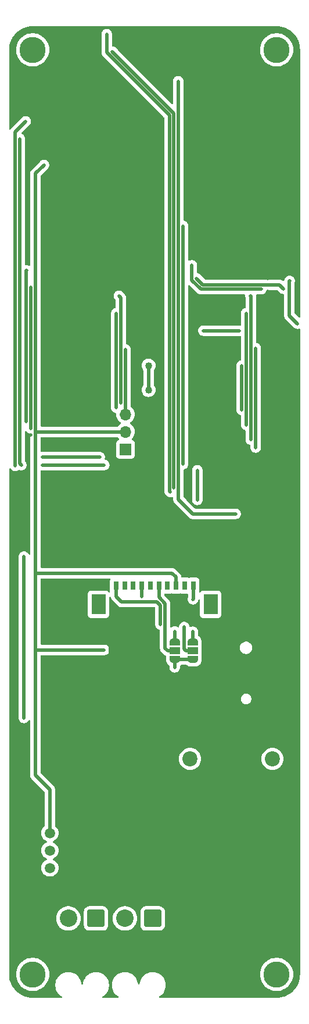
<source format=gbr>
%TF.GenerationSoftware,KiCad,Pcbnew,8.0.1-rc1*%
%TF.CreationDate,2024-11-12T19:52:42-06:00*%
%TF.ProjectId,Cutdown,43757464-6f77-46e2-9e6b-696361645f70,2.1.0*%
%TF.SameCoordinates,Original*%
%TF.FileFunction,Copper,L2,Bot*%
%TF.FilePolarity,Positive*%
%FSLAX46Y46*%
G04 Gerber Fmt 4.6, Leading zero omitted, Abs format (unit mm)*
G04 Created by KiCad (PCBNEW 8.0.1-rc1) date 2024-11-12 19:52:42*
%MOMM*%
%LPD*%
G01*
G04 APERTURE LIST*
G04 Aperture macros list*
%AMRoundRect*
0 Rectangle with rounded corners*
0 $1 Rounding radius*
0 $2 $3 $4 $5 $6 $7 $8 $9 X,Y pos of 4 corners*
0 Add a 4 corners polygon primitive as box body*
4,1,4,$2,$3,$4,$5,$6,$7,$8,$9,$2,$3,0*
0 Add four circle primitives for the rounded corners*
1,1,$1+$1,$2,$3*
1,1,$1+$1,$4,$5*
1,1,$1+$1,$6,$7*
1,1,$1+$1,$8,$9*
0 Add four rect primitives between the rounded corners*
20,1,$1+$1,$2,$3,$4,$5,0*
20,1,$1+$1,$4,$5,$6,$7,0*
20,1,$1+$1,$6,$7,$8,$9,0*
20,1,$1+$1,$8,$9,$2,$3,0*%
%AMFreePoly0*
4,1,19,0.550000,-0.750000,0.000000,-0.750000,0.000000,-0.744911,-0.071157,-0.744911,-0.207708,-0.704816,-0.327430,-0.627875,-0.420627,-0.520320,-0.479746,-0.390866,-0.500000,-0.250000,-0.500000,0.250000,-0.479746,0.390866,-0.420627,0.520320,-0.327430,0.627875,-0.207708,0.704816,-0.071157,0.744911,0.000000,0.744911,0.000000,0.750000,0.550000,0.750000,0.550000,-0.750000,0.550000,-0.750000,
$1*%
%AMFreePoly1*
4,1,19,0.000000,0.744911,0.071157,0.744911,0.207708,0.704816,0.327430,0.627875,0.420627,0.520320,0.479746,0.390866,0.500000,0.250000,0.500000,-0.250000,0.479746,-0.390866,0.420627,-0.520320,0.327430,-0.627875,0.207708,-0.704816,0.071157,-0.744911,0.000000,-0.744911,0.000000,-0.750000,-0.550000,-0.750000,-0.550000,0.750000,0.000000,0.750000,0.000000,0.744911,0.000000,0.744911,
$1*%
G04 Aperture macros list end*
%TA.AperFunction,ComponentPad*%
%ADD10C,2.200000*%
%TD*%
%TA.AperFunction,ComponentPad*%
%ADD11RoundRect,0.302260X-0.967740X-0.967740X0.967740X-0.967740X0.967740X0.967740X-0.967740X0.967740X0*%
%TD*%
%TA.AperFunction,ComponentPad*%
%ADD12C,2.540000*%
%TD*%
%TA.AperFunction,ComponentPad*%
%ADD13C,1.498600*%
%TD*%
%TA.AperFunction,WasherPad*%
%ADD14C,3.810000*%
%TD*%
%TA.AperFunction,SMDPad,CuDef*%
%ADD15FreePoly0,90.000000*%
%TD*%
%TA.AperFunction,SMDPad,CuDef*%
%ADD16R,1.500000X1.000000*%
%TD*%
%TA.AperFunction,SMDPad,CuDef*%
%ADD17FreePoly1,90.000000*%
%TD*%
%TA.AperFunction,SMDPad,CuDef*%
%ADD18R,2.100000X3.000000*%
%TD*%
%TA.AperFunction,SMDPad,CuDef*%
%ADD19R,0.800000X1.300000*%
%TD*%
%TA.AperFunction,ComponentPad*%
%ADD20R,1.700000X1.700000*%
%TD*%
%TA.AperFunction,ComponentPad*%
%ADD21O,1.700000X1.700000*%
%TD*%
%TA.AperFunction,ViaPad*%
%ADD22C,0.508000*%
%TD*%
%TA.AperFunction,ViaPad*%
%ADD23C,1.016000*%
%TD*%
%TA.AperFunction,Conductor*%
%ADD24C,0.508000*%
%TD*%
G04 APERTURE END LIST*
D10*
%TO.P,C1,1*%
%TO.N,Net-(D3-A)*%
X88996000Y-137539000D03*
%TO.P,C1,2*%
%TO.N,GND*%
X100996000Y-137539000D03*
%TD*%
D11*
%TO.P,J1,1,Pin_1*%
%TO.N,GND*%
X83538000Y-160772800D03*
D12*
%TO.P,J1,2,Pin_2*%
%TO.N,+9V*%
X79502000Y-160772800D03*
%TD*%
D13*
%TO.P,U1,1,VIN*%
%TO.N,+BATT*%
X68549500Y-153416000D03*
%TO.P,U1,2,GND*%
%TO.N,GND*%
X68549500Y-150876000D03*
%TO.P,U1,3,VOUT*%
%TO.N,+5V*%
X68549500Y-148336000D03*
%TD*%
D11*
%TO.P,J6,1,Pin_1*%
%TO.N,Net-(J6-Pin_1)*%
X75283000Y-160772800D03*
D12*
%TO.P,J6,2,Pin_2*%
%TO.N,+9V*%
X71247000Y-160772800D03*
%TD*%
D14*
%TO.P,H3,*%
%TO.N,*%
X66040000Y-168910000D03*
%TD*%
%TO.P,H4,*%
%TO.N,*%
X101600000Y-168910000D03*
%TD*%
%TO.P,H1,*%
%TO.N,*%
X66040000Y-34290000D03*
%TD*%
%TO.P,H2,*%
%TO.N,*%
X101600000Y-34290000D03*
%TD*%
D15*
%TO.P,JP2,1,A*%
%TO.N,Sat_TX*%
X86772000Y-123093000D03*
D16*
%TO.P,JP2,2,C*%
%TO.N,Net-(J9-Pin_5)*%
X86772000Y-121793000D03*
D17*
%TO.P,JP2,3,B*%
%TO.N,Sat_RX*%
X86772000Y-120493000D03*
%TD*%
D18*
%TO.P,J9,*%
%TO.N,*%
X75645000Y-115046000D03*
X91995000Y-115046000D03*
D19*
%TO.P,J9,1,Pin_1*%
%TO.N,GND*%
X89445000Y-112296000D03*
%TO.P,J9,2,Pin_2*%
%TO.N,unconnected-(J9-Pin_2-Pad2)*%
X88195000Y-112296000D03*
%TO.P,J9,3,Pin_3*%
%TO.N,+5V*%
X86945000Y-112296000D03*
%TO.P,J9,4,Pin_4*%
%TO.N,unconnected-(J9-Pin_4-Pad4)*%
X85695000Y-112296000D03*
%TO.P,J9,5,Pin_5*%
%TO.N,Net-(J9-Pin_5)*%
X84445000Y-112296000D03*
%TO.P,J9,6,Pin_6*%
%TO.N,unconnected-(J9-Pin_6-Pad6)*%
X83195000Y-112296000D03*
%TO.P,J9,7,Pin_7*%
%TO.N,Sat_NetAv*%
X81945000Y-112296000D03*
%TO.P,J9,8,Pin_8*%
%TO.N,unconnected-(J9-Pin_8-Pad8)*%
X80695000Y-112296000D03*
%TO.P,J9,9,Pin_9*%
%TO.N,unconnected-(J9-Pin_9-Pad9)*%
X79445000Y-112296000D03*
%TO.P,J9,10,Pin_10*%
%TO.N,Net-(J9-Pin_10)*%
X78195000Y-112296000D03*
%TD*%
D15*
%TO.P,JP1,1,A*%
%TO.N,Sat_TX*%
X89408000Y-123093000D03*
D16*
%TO.P,JP1,2,C*%
%TO.N,Net-(J9-Pin_10)*%
X89408000Y-121793000D03*
D17*
%TO.P,JP1,3,B*%
%TO.N,Sat_RX*%
X89408000Y-120493000D03*
%TD*%
D20*
%TO.P,J7,1,Pin_1*%
%TO.N,GND*%
X79572000Y-92456000D03*
D21*
%TO.P,J7,2,Pin_2*%
%TO.N,+5V*%
X79572000Y-89916000D03*
%TO.P,J7,3,Pin_3*%
%TO.N,Servo*%
X79572000Y-87376000D03*
%TD*%
D22*
%TO.N,GND*%
X64770000Y-108077000D03*
X103505000Y-67945000D03*
X90043000Y-99822000D03*
X90043000Y-95504000D03*
X90932000Y-75184000D03*
X96139000Y-75184000D03*
X64770000Y-131572000D03*
X104648000Y-74168000D03*
X64770000Y-123031000D03*
X89408000Y-114300000D03*
D23*
X82931000Y-83820000D03*
D22*
X64770000Y-113633000D03*
D23*
X82931000Y-80264000D03*
D22*
%TO.N,+5V*%
X67691000Y-51054000D03*
X76481200Y-121666000D03*
%TO.N,+3V3*%
X84836000Y-108331000D03*
X95250000Y-115316000D03*
X84836000Y-94869000D03*
X104775000Y-68961000D03*
X100279000Y-69469000D03*
X65786000Y-90416000D03*
X84582000Y-89916000D03*
X77343000Y-119126000D03*
X100330000Y-67564000D03*
X102108000Y-61620400D03*
X77343000Y-122682000D03*
X88239600Y-103378000D03*
X96520000Y-34544000D03*
X66294000Y-141274800D03*
X84836000Y-85217000D03*
X100330000Y-65024000D03*
X68630800Y-101082600D03*
X98806000Y-56540400D03*
%TO.N,Servo*%
X79572000Y-77921000D03*
%TO.N,EXT1*%
X89255600Y-65682200D03*
X99368600Y-69160400D03*
%TO.N,EXT2*%
X89916000Y-67564000D03*
X102616000Y-69088000D03*
%TO.N,GPS_PPS*%
X95631000Y-101854000D03*
X87249000Y-38862000D03*
%TO.N,GPS_TX*%
X86106000Y-98679000D03*
X76835000Y-32004000D03*
%TO.N,GPS_RX*%
X86639400Y-98085538D03*
X77622400Y-34544000D03*
%TO.N,SD_CD*%
X87960200Y-59944000D03*
X87960200Y-94615000D03*
%TO.N,SDA*%
X65786000Y-89424000D03*
X65786000Y-68834000D03*
%TO.N,RX*%
X67437000Y-94758000D03*
X64160400Y-47244000D03*
X64389000Y-94758000D03*
X76481200Y-94742000D03*
%TO.N,SPI_MOSI*%
X97790000Y-70104000D03*
X97840800Y-91059000D03*
%TO.N,SCL*%
X65125600Y-88408000D03*
X65151000Y-66421000D03*
%TO.N,SD_CS*%
X98552000Y-92202000D03*
X98552000Y-77724000D03*
%TO.N,EXT3*%
X78613000Y-70104000D03*
X78867000Y-85725000D03*
%TO.N,TX*%
X75820800Y-93599000D03*
X67437000Y-93599000D03*
X65024000Y-44704000D03*
X63500000Y-94885000D03*
%TO.N,SPI_SCK*%
X97155000Y-72644000D03*
X97180400Y-88900000D03*
%TO.N,Net-(J9-Pin_10)*%
X88138000Y-118338600D03*
X84683600Y-117983000D03*
%TO.N,Sat_NetAv*%
X78251200Y-72644000D03*
X78232000Y-86385400D03*
X81915000Y-113919000D03*
%TO.N,Sat_RX*%
X86772000Y-118999000D03*
X89408000Y-119030000D03*
%TO.N,Sat_TX*%
X86741000Y-124206000D03*
%TO.N,SPI_MISO*%
X96520000Y-86741000D03*
X96520000Y-80264000D03*
%TD*%
D24*
%TO.N,GND*%
X103479600Y-72999600D02*
X103479600Y-67970400D01*
X64770000Y-123031000D02*
X64770000Y-122523000D01*
X82931000Y-83820000D02*
X82931000Y-80264000D01*
X96139000Y-75184000D02*
X90932000Y-75184000D01*
X64770000Y-123190000D02*
X64770000Y-131572000D01*
X89445000Y-112296000D02*
X89445000Y-114263000D01*
X64770000Y-113633000D02*
X64770000Y-113157000D01*
X64770000Y-113157000D02*
X64770000Y-108077000D01*
X64770000Y-123031000D02*
X64770000Y-123190000D01*
X104648000Y-74168000D02*
X103479600Y-72999600D01*
X64770000Y-122523000D02*
X64770000Y-113633000D01*
X90043000Y-99822000D02*
X90043000Y-95504000D01*
X103479600Y-67970400D02*
X103505000Y-67945000D01*
X89445000Y-114263000D02*
X89408000Y-114300000D01*
%TO.N,+5V*%
X68549500Y-148336000D02*
X68549500Y-142021926D01*
X66446400Y-88701400D02*
X66446400Y-52298600D01*
X68549500Y-142021926D02*
X66446400Y-139918826D01*
X79572000Y-89916000D02*
X66446400Y-89916000D01*
X86945000Y-111075000D02*
X86360000Y-110490000D01*
X66446400Y-89916000D02*
X66446400Y-88701400D01*
X86945000Y-112296000D02*
X86945000Y-111075000D01*
X76481200Y-121666000D02*
X66446400Y-121666000D01*
X66446400Y-110490000D02*
X66446400Y-88701400D01*
X66446400Y-52298600D02*
X67691000Y-51054000D01*
X86360000Y-110490000D02*
X66446400Y-110490000D01*
X66446400Y-139918826D02*
X66446400Y-121666000D01*
X66446400Y-121666000D02*
X66446400Y-110490000D01*
%TO.N,+3V3*%
X77343000Y-122682000D02*
X77343000Y-119126000D01*
%TO.N,Servo*%
X79572000Y-77921000D02*
X79572000Y-87376000D01*
%TO.N,EXT1*%
X90578454Y-69160400D02*
X99368600Y-69160400D01*
X89255600Y-65682200D02*
X89255600Y-67837547D01*
X89255600Y-67837547D02*
X90578454Y-69160400D01*
%TO.N,EXT2*%
X102028000Y-68500000D02*
X102616000Y-69088000D01*
X89916000Y-67564000D02*
X90852000Y-68500000D01*
X90852000Y-68500000D02*
X102028000Y-68500000D01*
%TO.N,GPS_PPS*%
X95631000Y-101854000D02*
X89408000Y-101854000D01*
X87299800Y-99745800D02*
X87299800Y-38912800D01*
X87299800Y-38912800D02*
X87249000Y-38862000D01*
X89408000Y-101854000D02*
X87299800Y-99745800D01*
%TO.N,GPS_TX*%
X86106000Y-98679000D02*
X85979000Y-98552000D01*
X76835000Y-34690546D02*
X76835000Y-32004000D01*
X85979000Y-98552000D02*
X85979000Y-43834546D01*
X85979000Y-43834546D02*
X76835000Y-34690546D01*
%TO.N,GPS_RX*%
X86639400Y-43561000D02*
X77622400Y-34544000D01*
X86639400Y-98085538D02*
X86639400Y-43561000D01*
%TO.N,SD_CD*%
X87960200Y-59944000D02*
X87960200Y-94615000D01*
%TO.N,SDA*%
X65786000Y-68834000D02*
X65786000Y-89424000D01*
%TO.N,RX*%
X64160400Y-47244000D02*
X64160400Y-94529400D01*
X64160400Y-94529400D02*
X64389000Y-94758000D01*
X67453000Y-94742000D02*
X67437000Y-94758000D01*
X76481200Y-94742000D02*
X67453000Y-94742000D01*
%TO.N,SPI_MOSI*%
X97840800Y-91059000D02*
X97840800Y-70154800D01*
X97840800Y-70154800D02*
X97790000Y-70104000D01*
%TO.N,SCL*%
X65125600Y-88408000D02*
X65125600Y-66446400D01*
X65125600Y-66446400D02*
X65151000Y-66421000D01*
%TO.N,SD_CS*%
X98552000Y-77724000D02*
X98552000Y-92202000D01*
%TO.N,EXT3*%
X78911600Y-85680400D02*
X78867000Y-85725000D01*
X78613000Y-70104000D02*
X78911600Y-70402600D01*
X78911600Y-70402600D02*
X78911600Y-85680400D01*
%TO.N,TX*%
X67437000Y-93599000D02*
X75820800Y-93599000D01*
X63500000Y-46228000D02*
X63500000Y-94885000D01*
X65024000Y-44704000D02*
X63500000Y-46228000D01*
%TO.N,SPI_SCK*%
X97180400Y-72669400D02*
X97155000Y-72644000D01*
X97180400Y-88900000D02*
X97180400Y-72669400D01*
%TO.N,Net-(J9-Pin_10)*%
X78195000Y-113882000D02*
X78994000Y-114681000D01*
X84683600Y-116332000D02*
X84683600Y-117983000D01*
X88138000Y-118338600D02*
X88138000Y-121539000D01*
X84683600Y-115951000D02*
X84683600Y-116332000D01*
X88138000Y-121539000D02*
X88392000Y-121793000D01*
X88392000Y-121793000D02*
X89408000Y-121793000D01*
X84683600Y-115208546D02*
X84683600Y-115951000D01*
X78195000Y-112296000D02*
X78195000Y-113882000D01*
X84156054Y-114681000D02*
X84683600Y-115208546D01*
X78994000Y-114681000D02*
X84156054Y-114681000D01*
%TO.N,Sat_NetAv*%
X78251200Y-85406853D02*
X78206600Y-85451453D01*
X78206600Y-85451453D02*
X78206600Y-86360000D01*
X81945000Y-113889000D02*
X81945000Y-112296000D01*
X81915000Y-113919000D02*
X81945000Y-113889000D01*
X78251200Y-72644000D02*
X78251200Y-85406853D01*
X78206600Y-86360000D02*
X78232000Y-86385400D01*
%TO.N,Net-(J9-Pin_5)*%
X84445000Y-114036000D02*
X84445000Y-112296000D01*
X86772000Y-121793000D02*
X85725000Y-121793000D01*
X85725000Y-121793000D02*
X85344000Y-121412000D01*
X85344000Y-121412000D02*
X85344000Y-114935000D01*
X85344000Y-114935000D02*
X84445000Y-114036000D01*
%TO.N,Sat_RX*%
X89408000Y-119030000D02*
X89408000Y-120493000D01*
X86772000Y-120493000D02*
X86772000Y-118999000D01*
%TO.N,Sat_TX*%
X86772000Y-123093000D02*
X89408000Y-123093000D01*
X86741000Y-123124000D02*
X86772000Y-123093000D01*
X86741000Y-124206000D02*
X86741000Y-123124000D01*
%TO.N,SPI_MISO*%
X96520000Y-86741000D02*
X96520000Y-80264000D01*
%TD*%
%TA.AperFunction,Conductor*%
%TO.N,+3V3*%
G36*
X101603032Y-30861648D02*
G01*
X101929970Y-30877710D01*
X101942078Y-30878902D01*
X102262851Y-30926485D01*
X102274765Y-30928855D01*
X102589339Y-31007651D01*
X102600966Y-31011178D01*
X102906309Y-31120432D01*
X102917521Y-31125076D01*
X103210694Y-31263736D01*
X103221402Y-31269460D01*
X103499556Y-31436179D01*
X103509648Y-31442922D01*
X103770142Y-31636118D01*
X103779522Y-31643817D01*
X104019810Y-31861600D01*
X104028399Y-31870189D01*
X104238392Y-32101882D01*
X104246177Y-32110471D01*
X104253883Y-32119860D01*
X104447074Y-32380346D01*
X104453823Y-32390448D01*
X104600149Y-32634579D01*
X104620532Y-32668585D01*
X104626269Y-32679317D01*
X104764920Y-32972471D01*
X104769571Y-32983700D01*
X104878816Y-33289018D01*
X104882348Y-33300662D01*
X104961141Y-33615221D01*
X104963515Y-33627156D01*
X105011096Y-33947919D01*
X105012289Y-33960030D01*
X105028350Y-34286965D01*
X105028499Y-34293049D01*
X105028499Y-73170799D01*
X105008814Y-73237838D01*
X104956010Y-73283593D01*
X104886852Y-73293537D01*
X104823296Y-73264512D01*
X104816818Y-73258480D01*
X104278419Y-72720081D01*
X104244934Y-72658758D01*
X104242100Y-72632400D01*
X104242100Y-68168212D01*
X104249060Y-68127253D01*
X104253086Y-68115748D01*
X104253087Y-68115746D01*
X104258531Y-68067420D01*
X104260129Y-68057144D01*
X104267499Y-68020100D01*
X104267499Y-67994793D01*
X104268279Y-67980908D01*
X104272325Y-67945001D01*
X104272325Y-67944998D01*
X104268279Y-67909090D01*
X104267499Y-67895206D01*
X104267499Y-67869900D01*
X104260133Y-67832873D01*
X104258530Y-67822561D01*
X104253088Y-67774257D01*
X104245274Y-67751927D01*
X104240696Y-67735154D01*
X104238198Y-67722592D01*
X104238197Y-67722591D01*
X104238197Y-67722587D01*
X104218975Y-67676182D01*
X104216500Y-67669697D01*
X104196336Y-67612069D01*
X104190408Y-67602635D01*
X104180842Y-67584120D01*
X104180718Y-67583821D01*
X104180713Y-67583813D01*
X104167248Y-67563661D01*
X104145911Y-67531728D01*
X104144036Y-67528836D01*
X104104919Y-67466581D01*
X103983419Y-67345081D01*
X103983417Y-67345079D01*
X103983414Y-67345077D01*
X103921186Y-67305977D01*
X103918291Y-67304101D01*
X103866179Y-67269282D01*
X103865876Y-67269156D01*
X103847366Y-67259593D01*
X103837930Y-67253664D01*
X103780278Y-67233490D01*
X103773810Y-67231021D01*
X103727413Y-67211803D01*
X103727410Y-67211802D01*
X103714831Y-67209300D01*
X103698072Y-67204725D01*
X103675741Y-67196911D01*
X103675742Y-67196911D01*
X103627450Y-67191471D01*
X103617143Y-67189869D01*
X103616504Y-67189742D01*
X103580100Y-67182501D01*
X103580099Y-67182501D01*
X103554794Y-67182501D01*
X103540910Y-67181721D01*
X103505002Y-67177675D01*
X103504998Y-67177675D01*
X103469090Y-67181721D01*
X103455206Y-67182501D01*
X103429900Y-67182501D01*
X103392854Y-67189869D01*
X103382549Y-67191471D01*
X103334259Y-67196911D01*
X103334253Y-67196913D01*
X103311920Y-67204727D01*
X103295164Y-67209301D01*
X103282589Y-67211802D01*
X103282585Y-67211803D01*
X103236202Y-67231015D01*
X103229709Y-67233494D01*
X103172067Y-67253664D01*
X103162622Y-67259599D01*
X103144130Y-67269154D01*
X103143821Y-67269282D01*
X103143814Y-67269285D01*
X103091736Y-67304082D01*
X103088821Y-67305971D01*
X103026585Y-67345078D01*
X103026578Y-67345083D01*
X103018935Y-67352727D01*
X102953132Y-67418530D01*
X102887329Y-67484332D01*
X102887327Y-67484335D01*
X102820860Y-67583813D01*
X102820855Y-67583820D01*
X102820854Y-67583821D01*
X102803880Y-67609222D01*
X102746403Y-67747986D01*
X102746401Y-67747991D01*
X102726610Y-67847485D01*
X102694224Y-67909395D01*
X102633508Y-67943969D01*
X102563738Y-67940228D01*
X102517312Y-67910973D01*
X102514069Y-67907730D01*
X102514065Y-67907727D01*
X102389179Y-67824282D01*
X102385024Y-67822561D01*
X102250413Y-67766803D01*
X102228519Y-67762448D01*
X102175628Y-67751927D01*
X102103102Y-67737500D01*
X102103100Y-67737500D01*
X91219200Y-67737500D01*
X91152161Y-67717815D01*
X91131519Y-67701181D01*
X90394417Y-66964079D01*
X90394414Y-66964077D01*
X90332186Y-66924977D01*
X90329291Y-66923101D01*
X90277179Y-66888282D01*
X90276876Y-66888156D01*
X90258366Y-66878593D01*
X90248930Y-66872664D01*
X90191278Y-66852490D01*
X90184810Y-66850021D01*
X90138413Y-66830803D01*
X90138410Y-66830802D01*
X90125831Y-66828300D01*
X90109071Y-66823725D01*
X90101146Y-66820952D01*
X90044370Y-66780231D01*
X90018622Y-66715278D01*
X90018100Y-66703910D01*
X90018100Y-65731984D01*
X90018880Y-65718099D01*
X90020129Y-65707019D01*
X90022925Y-65682200D01*
X90021878Y-65672911D01*
X90018880Y-65646298D01*
X90018100Y-65632414D01*
X90018100Y-65607101D01*
X90018100Y-65607100D01*
X90010727Y-65570040D01*
X90009128Y-65559759D01*
X90003687Y-65511454D01*
X89995871Y-65489117D01*
X89991300Y-65472374D01*
X89988797Y-65459787D01*
X89988795Y-65459782D01*
X89988794Y-65459778D01*
X89969582Y-65413398D01*
X89967100Y-65406897D01*
X89946937Y-65349272D01*
X89946936Y-65349270D01*
X89941003Y-65339828D01*
X89931440Y-65321316D01*
X89931318Y-65321021D01*
X89896508Y-65268924D01*
X89894622Y-65266014D01*
X89855520Y-65203783D01*
X89855518Y-65203780D01*
X89734019Y-65082281D01*
X89671768Y-65043166D01*
X89668849Y-65041274D01*
X89616781Y-65006483D01*
X89616779Y-65006482D01*
X89616470Y-65006354D01*
X89597972Y-64996796D01*
X89593041Y-64993698D01*
X89588529Y-64990863D01*
X89553436Y-64978584D01*
X89530890Y-64970694D01*
X89524405Y-64968219D01*
X89478014Y-64949003D01*
X89478007Y-64949001D01*
X89465423Y-64946497D01*
X89448672Y-64941925D01*
X89426346Y-64934113D01*
X89426344Y-64934112D01*
X89426342Y-64934112D01*
X89426339Y-64934111D01*
X89378050Y-64928671D01*
X89367745Y-64927068D01*
X89346033Y-64922750D01*
X89330701Y-64919700D01*
X89330700Y-64919700D01*
X89305385Y-64919700D01*
X89291501Y-64918920D01*
X89255602Y-64914875D01*
X89255598Y-64914875D01*
X89219699Y-64918920D01*
X89205815Y-64919700D01*
X89180496Y-64919700D01*
X89143456Y-64927068D01*
X89133148Y-64928671D01*
X89084860Y-64934111D01*
X89084855Y-64934112D01*
X89062517Y-64941928D01*
X89045765Y-64946500D01*
X89033188Y-64949002D01*
X89033187Y-64949002D01*
X88986802Y-64968215D01*
X88980309Y-64970694D01*
X88922667Y-64990864D01*
X88913222Y-64996799D01*
X88894759Y-65006341D01*
X88894202Y-65006572D01*
X88824736Y-65014071D01*
X88762244Y-64982824D01*
X88726565Y-64922750D01*
X88722700Y-64892032D01*
X88722700Y-59993784D01*
X88723480Y-59979899D01*
X88727525Y-59944001D01*
X88727525Y-59943998D01*
X88723480Y-59908098D01*
X88722700Y-59894214D01*
X88722700Y-59868901D01*
X88722700Y-59868900D01*
X88715327Y-59831840D01*
X88713728Y-59821559D01*
X88708287Y-59773254D01*
X88700471Y-59750917D01*
X88695900Y-59734174D01*
X88693397Y-59721587D01*
X88693395Y-59721582D01*
X88693394Y-59721578D01*
X88674182Y-59675198D01*
X88671700Y-59668697D01*
X88651537Y-59611072D01*
X88651536Y-59611070D01*
X88645603Y-59601628D01*
X88636040Y-59583116D01*
X88635918Y-59582821D01*
X88601108Y-59530724D01*
X88599222Y-59527814D01*
X88560120Y-59465583D01*
X88560118Y-59465580D01*
X88438619Y-59344081D01*
X88376368Y-59304966D01*
X88373449Y-59303074D01*
X88321381Y-59268283D01*
X88321379Y-59268282D01*
X88321070Y-59268154D01*
X88302572Y-59258596D01*
X88297641Y-59255498D01*
X88293129Y-59252663D01*
X88258036Y-59240384D01*
X88235490Y-59232494D01*
X88229005Y-59230019D01*
X88182614Y-59210803D01*
X88182607Y-59210801D01*
X88170023Y-59208297D01*
X88153266Y-59203722D01*
X88145342Y-59200949D01*
X88088567Y-59160226D01*
X88062822Y-59095272D01*
X88062300Y-59083909D01*
X88062300Y-38837697D01*
X88032998Y-38690392D01*
X88032997Y-38690391D01*
X88032997Y-38690387D01*
X87975518Y-38551621D01*
X87941575Y-38500821D01*
X87941575Y-38500820D01*
X87892072Y-38426734D01*
X87848916Y-38383578D01*
X87735065Y-38269727D01*
X87727419Y-38262081D01*
X87727417Y-38262079D01*
X87727414Y-38262077D01*
X87665186Y-38222977D01*
X87662291Y-38221101D01*
X87610179Y-38186282D01*
X87609876Y-38186156D01*
X87591366Y-38176593D01*
X87581930Y-38170664D01*
X87524278Y-38150490D01*
X87517810Y-38148021D01*
X87471413Y-38128803D01*
X87471410Y-38128802D01*
X87458831Y-38126300D01*
X87442072Y-38121725D01*
X87419741Y-38113911D01*
X87419742Y-38113911D01*
X87371450Y-38108471D01*
X87361143Y-38106869D01*
X87360504Y-38106742D01*
X87324100Y-38099501D01*
X87324099Y-38099501D01*
X87298794Y-38099501D01*
X87284910Y-38098721D01*
X87249002Y-38094675D01*
X87248998Y-38094675D01*
X87213090Y-38098721D01*
X87199206Y-38099501D01*
X87173900Y-38099501D01*
X87136854Y-38106869D01*
X87126549Y-38108471D01*
X87078259Y-38113911D01*
X87078253Y-38113913D01*
X87055920Y-38121727D01*
X87039164Y-38126301D01*
X87026589Y-38128802D01*
X87026585Y-38128803D01*
X86980202Y-38148015D01*
X86973709Y-38150494D01*
X86916067Y-38170664D01*
X86906622Y-38176599D01*
X86888130Y-38186154D01*
X86887821Y-38186282D01*
X86887814Y-38186285D01*
X86835736Y-38221082D01*
X86832821Y-38222971D01*
X86770585Y-38262078D01*
X86770578Y-38262083D01*
X86649083Y-38383578D01*
X86649078Y-38383585D01*
X86609971Y-38445821D01*
X86608082Y-38448736D01*
X86573285Y-38500814D01*
X86573282Y-38500821D01*
X86573154Y-38501130D01*
X86563599Y-38519622D01*
X86557664Y-38529067D01*
X86537494Y-38586709D01*
X86535015Y-38593202D01*
X86515803Y-38639585D01*
X86515802Y-38639589D01*
X86513301Y-38652164D01*
X86508727Y-38668920D01*
X86500913Y-38691253D01*
X86500911Y-38691259D01*
X86495471Y-38739549D01*
X86493869Y-38749854D01*
X86486501Y-38786899D01*
X86486501Y-38812206D01*
X86485721Y-38826090D01*
X86481675Y-38861998D01*
X86481675Y-38862001D01*
X86485721Y-38897908D01*
X86486501Y-38911793D01*
X86486501Y-38937098D01*
X86493869Y-38974143D01*
X86495471Y-38984450D01*
X86500911Y-39032742D01*
X86508725Y-39055072D01*
X86513300Y-39071831D01*
X86515802Y-39084410D01*
X86515803Y-39084413D01*
X86527861Y-39113523D01*
X86537300Y-39160976D01*
X86537300Y-42081200D01*
X86517615Y-42148239D01*
X86464811Y-42193994D01*
X86395653Y-42203938D01*
X86332097Y-42174913D01*
X86325619Y-42168881D01*
X78446743Y-34290005D01*
X99181728Y-34290005D01*
X99200795Y-34593079D01*
X99200796Y-34593086D01*
X99200797Y-34593090D01*
X99248183Y-34841501D01*
X99257703Y-34891404D01*
X99351548Y-35180226D01*
X99351550Y-35180231D01*
X99480850Y-35455007D01*
X99480856Y-35455018D01*
X99643575Y-35711423D01*
X99643578Y-35711427D01*
X99837152Y-35945417D01*
X99837154Y-35945419D01*
X100058533Y-36153309D01*
X100058543Y-36153317D01*
X100304213Y-36331807D01*
X100304219Y-36331810D01*
X100304225Y-36331815D01*
X100570350Y-36478118D01*
X100570351Y-36478118D01*
X100570356Y-36478121D01*
X100570359Y-36478122D01*
X100840125Y-36584929D01*
X100852713Y-36589913D01*
X101146861Y-36665438D01*
X101210066Y-36673422D01*
X101448143Y-36703499D01*
X101448152Y-36703499D01*
X101448155Y-36703500D01*
X101448157Y-36703500D01*
X101751843Y-36703500D01*
X101751845Y-36703500D01*
X101751848Y-36703499D01*
X101751856Y-36703499D01*
X101931639Y-36680786D01*
X102053139Y-36665438D01*
X102347287Y-36589913D01*
X102629640Y-36478122D01*
X102629643Y-36478121D01*
X102629644Y-36478120D01*
X102629650Y-36478118D01*
X102895775Y-36331815D01*
X103141465Y-36153311D01*
X103362844Y-35945421D01*
X103556423Y-35711425D01*
X103719148Y-35455011D01*
X103848452Y-35180225D01*
X103942298Y-34891400D01*
X103999203Y-34593090D01*
X104018272Y-34290000D01*
X104018081Y-34286967D01*
X103999204Y-33986920D01*
X103999203Y-33986913D01*
X103999203Y-33986910D01*
X103942298Y-33688600D01*
X103848452Y-33399775D01*
X103719148Y-33124989D01*
X103719143Y-33124981D01*
X103556424Y-32868576D01*
X103556421Y-32868572D01*
X103362847Y-32634582D01*
X103362845Y-32634580D01*
X103141466Y-32426690D01*
X103141456Y-32426682D01*
X102895786Y-32248192D01*
X102895768Y-32248181D01*
X102629643Y-32101878D01*
X102629640Y-32101877D01*
X102347291Y-31990088D01*
X102207572Y-31954214D01*
X102053139Y-31914562D01*
X102053136Y-31914561D01*
X102053129Y-31914560D01*
X101751856Y-31876500D01*
X101751845Y-31876500D01*
X101448155Y-31876500D01*
X101448143Y-31876500D01*
X101146870Y-31914560D01*
X101146861Y-31914562D01*
X100852708Y-31990088D01*
X100570359Y-32101877D01*
X100570356Y-32101878D01*
X100304231Y-32248181D01*
X100304213Y-32248192D01*
X100058543Y-32426682D01*
X100058533Y-32426690D01*
X99837154Y-32634580D01*
X99837152Y-32634582D01*
X99643578Y-32868572D01*
X99643575Y-32868576D01*
X99480856Y-33124981D01*
X99480850Y-33124992D01*
X99351550Y-33399768D01*
X99351548Y-33399773D01*
X99257703Y-33688595D01*
X99200796Y-33986913D01*
X99200795Y-33986920D01*
X99181728Y-34289994D01*
X99181728Y-34290005D01*
X78446743Y-34290005D01*
X78100817Y-33944079D01*
X78100814Y-33944077D01*
X78038586Y-33904977D01*
X78035691Y-33903101D01*
X77983579Y-33868282D01*
X77983276Y-33868156D01*
X77964766Y-33858593D01*
X77955330Y-33852664D01*
X77897678Y-33832490D01*
X77891210Y-33830021D01*
X77844813Y-33810803D01*
X77844810Y-33810802D01*
X77832231Y-33808300D01*
X77815472Y-33803725D01*
X77793141Y-33795911D01*
X77793142Y-33795911D01*
X77744850Y-33790471D01*
X77734542Y-33788868D01*
X77697309Y-33781462D01*
X77635398Y-33749078D01*
X77600824Y-33688362D01*
X77597500Y-33659845D01*
X77597500Y-32053784D01*
X77598280Y-32039899D01*
X77602325Y-32004001D01*
X77602325Y-32003998D01*
X77598280Y-31968098D01*
X77597500Y-31954214D01*
X77597500Y-31928901D01*
X77595471Y-31918701D01*
X77590127Y-31891840D01*
X77588528Y-31881559D01*
X77583087Y-31833254D01*
X77575271Y-31810917D01*
X77570700Y-31794174D01*
X77568197Y-31781587D01*
X77568195Y-31781582D01*
X77568194Y-31781578D01*
X77548982Y-31735198D01*
X77546500Y-31728697D01*
X77526337Y-31671072D01*
X77526334Y-31671067D01*
X77520400Y-31661622D01*
X77510840Y-31643116D01*
X77510718Y-31642821D01*
X77475908Y-31590724D01*
X77474022Y-31587814D01*
X77434920Y-31525583D01*
X77434918Y-31525580D01*
X77313419Y-31404081D01*
X77251168Y-31364966D01*
X77248249Y-31363074D01*
X77196181Y-31328283D01*
X77196174Y-31328280D01*
X77195870Y-31328154D01*
X77177372Y-31318596D01*
X77172441Y-31315498D01*
X77167929Y-31312663D01*
X77132836Y-31300384D01*
X77110290Y-31292494D01*
X77103805Y-31290019D01*
X77057414Y-31270803D01*
X77057407Y-31270801D01*
X77044823Y-31268297D01*
X77028072Y-31263725D01*
X77005746Y-31255913D01*
X77005744Y-31255912D01*
X77005742Y-31255912D01*
X77005739Y-31255911D01*
X76957450Y-31250471D01*
X76947145Y-31248868D01*
X76927114Y-31244884D01*
X76910101Y-31241500D01*
X76910100Y-31241500D01*
X76884785Y-31241500D01*
X76870901Y-31240720D01*
X76835002Y-31236675D01*
X76834998Y-31236675D01*
X76799099Y-31240720D01*
X76785215Y-31241500D01*
X76759896Y-31241500D01*
X76722856Y-31248868D01*
X76712548Y-31250471D01*
X76664260Y-31255911D01*
X76664255Y-31255912D01*
X76641917Y-31263728D01*
X76625165Y-31268300D01*
X76612588Y-31270802D01*
X76612587Y-31270802D01*
X76566202Y-31290015D01*
X76559709Y-31292494D01*
X76502067Y-31312664D01*
X76492622Y-31318599D01*
X76474130Y-31328154D01*
X76473825Y-31328280D01*
X76473823Y-31328280D01*
X76473821Y-31328282D01*
X76421750Y-31363074D01*
X76421731Y-31363087D01*
X76418814Y-31364977D01*
X76356581Y-31404080D01*
X76235080Y-31525581D01*
X76195977Y-31587814D01*
X76194091Y-31590723D01*
X76159282Y-31642821D01*
X76159280Y-31642823D01*
X76159280Y-31642825D01*
X76159154Y-31643130D01*
X76149599Y-31661622D01*
X76143664Y-31671067D01*
X76123494Y-31728709D01*
X76121015Y-31735202D01*
X76101802Y-31781587D01*
X76101802Y-31781588D01*
X76099300Y-31794165D01*
X76094728Y-31810917D01*
X76086912Y-31833255D01*
X76086911Y-31833260D01*
X76081471Y-31881548D01*
X76079868Y-31891856D01*
X76072500Y-31928896D01*
X76072500Y-31954214D01*
X76071720Y-31968098D01*
X76067675Y-32003998D01*
X76067675Y-32004001D01*
X76071720Y-32039899D01*
X76072500Y-32053784D01*
X76072500Y-34765647D01*
X76087589Y-34841500D01*
X76087589Y-34841502D01*
X76101801Y-34912951D01*
X76101803Y-34912959D01*
X76159281Y-35051723D01*
X76242730Y-35176615D01*
X76242731Y-35176616D01*
X85180181Y-44114065D01*
X85213666Y-44175388D01*
X85216500Y-44201746D01*
X85216500Y-98627100D01*
X85216500Y-98627102D01*
X85216499Y-98627102D01*
X85243185Y-98761252D01*
X85243186Y-98761256D01*
X85245803Y-98774413D01*
X85303282Y-98913179D01*
X85386727Y-99038065D01*
X85506081Y-99157419D01*
X85627581Y-99278919D01*
X85674699Y-99308525D01*
X85689836Y-99318036D01*
X85692728Y-99319911D01*
X85724661Y-99341248D01*
X85744813Y-99354713D01*
X85744823Y-99354719D01*
X85745120Y-99354842D01*
X85763635Y-99364408D01*
X85773069Y-99370336D01*
X85813216Y-99384383D01*
X85827041Y-99389221D01*
X85830697Y-99390500D01*
X85837182Y-99392975D01*
X85883587Y-99412197D01*
X85896157Y-99414696D01*
X85912927Y-99419274D01*
X85935257Y-99427088D01*
X85983561Y-99432530D01*
X85993862Y-99434131D01*
X86030900Y-99441499D01*
X86056206Y-99441499D01*
X86070090Y-99442279D01*
X86105998Y-99446325D01*
X86106000Y-99446325D01*
X86106002Y-99446325D01*
X86141910Y-99442279D01*
X86155794Y-99441499D01*
X86181102Y-99441499D01*
X86192473Y-99439236D01*
X86218144Y-99434129D01*
X86228420Y-99432531D01*
X86276746Y-99427087D01*
X86299073Y-99419273D01*
X86315832Y-99414698D01*
X86328413Y-99412197D01*
X86365846Y-99396690D01*
X86435314Y-99389221D01*
X86497794Y-99420494D01*
X86533448Y-99480582D01*
X86537300Y-99511251D01*
X86537300Y-99820900D01*
X86537300Y-99820902D01*
X86537299Y-99820902D01*
X86566601Y-99968207D01*
X86566603Y-99968213D01*
X86589417Y-100023292D01*
X86624082Y-100106979D01*
X86674998Y-100183181D01*
X86707530Y-100231869D01*
X88921932Y-102446271D01*
X88921935Y-102446273D01*
X88986630Y-102489500D01*
X89046821Y-102529718D01*
X89185587Y-102587197D01*
X89185591Y-102587197D01*
X89185592Y-102587198D01*
X89332897Y-102616500D01*
X89332900Y-102616500D01*
X95581215Y-102616500D01*
X95595099Y-102617280D01*
X95630998Y-102621325D01*
X95631000Y-102621325D01*
X95631002Y-102621325D01*
X95666901Y-102617280D01*
X95680785Y-102616500D01*
X95706103Y-102616500D01*
X95735642Y-102610622D01*
X95743139Y-102609131D01*
X95753439Y-102607528D01*
X95801746Y-102602087D01*
X95824080Y-102594271D01*
X95840831Y-102589699D01*
X95853413Y-102587197D01*
X95899825Y-102567971D01*
X95906292Y-102565503D01*
X95930732Y-102556951D01*
X95963928Y-102545337D01*
X95973362Y-102539409D01*
X95991895Y-102529835D01*
X95992179Y-102529718D01*
X96044322Y-102494875D01*
X96047153Y-102493042D01*
X96052791Y-102489500D01*
X96074966Y-102475566D01*
X96109418Y-102453920D01*
X96109421Y-102453918D01*
X96230918Y-102332421D01*
X96230920Y-102332418D01*
X96270042Y-102270153D01*
X96271875Y-102267322D01*
X96306718Y-102215179D01*
X96306835Y-102214895D01*
X96316409Y-102196362D01*
X96322337Y-102186928D01*
X96342501Y-102129299D01*
X96344971Y-102122825D01*
X96364197Y-102076413D01*
X96366699Y-102063831D01*
X96371271Y-102047080D01*
X96379087Y-102024746D01*
X96384528Y-101976439D01*
X96386132Y-101966136D01*
X96393500Y-101929103D01*
X96393500Y-101903784D01*
X96394280Y-101889899D01*
X96398325Y-101854001D01*
X96398325Y-101853998D01*
X96394280Y-101818098D01*
X96393500Y-101804214D01*
X96393500Y-101778901D01*
X96393500Y-101778900D01*
X96386127Y-101741840D01*
X96384528Y-101731559D01*
X96379087Y-101683254D01*
X96371271Y-101660917D01*
X96366700Y-101644174D01*
X96364197Y-101631587D01*
X96364195Y-101631582D01*
X96364194Y-101631578D01*
X96344982Y-101585198D01*
X96342500Y-101578697D01*
X96322337Y-101521072D01*
X96322336Y-101521070D01*
X96316403Y-101511628D01*
X96306840Y-101493116D01*
X96306718Y-101492821D01*
X96271908Y-101440724D01*
X96270022Y-101437814D01*
X96230920Y-101375583D01*
X96230918Y-101375580D01*
X96109419Y-101254081D01*
X96047168Y-101214966D01*
X96044249Y-101213074D01*
X95992181Y-101178283D01*
X95992179Y-101178282D01*
X95991870Y-101178154D01*
X95973372Y-101168596D01*
X95968441Y-101165498D01*
X95963929Y-101162663D01*
X95928836Y-101150384D01*
X95906290Y-101142494D01*
X95899805Y-101140019D01*
X95853414Y-101120803D01*
X95853407Y-101120801D01*
X95840823Y-101118297D01*
X95824072Y-101113725D01*
X95801746Y-101105913D01*
X95801744Y-101105912D01*
X95801742Y-101105912D01*
X95801739Y-101105911D01*
X95753450Y-101100471D01*
X95743145Y-101098868D01*
X95723114Y-101094884D01*
X95706101Y-101091500D01*
X95706100Y-101091500D01*
X95680785Y-101091500D01*
X95666901Y-101090720D01*
X95631002Y-101086675D01*
X95630998Y-101086675D01*
X95595099Y-101090720D01*
X95581215Y-101091500D01*
X89775200Y-101091500D01*
X89708161Y-101071815D01*
X89687519Y-101055181D01*
X88454339Y-99822001D01*
X89275675Y-99822001D01*
X89279720Y-99857899D01*
X89280500Y-99871784D01*
X89280500Y-99897101D01*
X89287868Y-99934140D01*
X89289471Y-99944450D01*
X89294911Y-99992739D01*
X89294912Y-99992742D01*
X89302725Y-100015072D01*
X89307297Y-100031823D01*
X89309801Y-100044407D01*
X89309803Y-100044414D01*
X89329019Y-100090805D01*
X89331494Y-100097290D01*
X89334885Y-100106979D01*
X89351663Y-100154929D01*
X89351664Y-100154930D01*
X89357590Y-100164362D01*
X89357595Y-100164369D01*
X89367156Y-100182874D01*
X89367283Y-100183181D01*
X89367283Y-100183182D01*
X89402074Y-100235249D01*
X89403966Y-100238168D01*
X89443081Y-100300419D01*
X89564580Y-100421918D01*
X89564583Y-100421920D01*
X89626814Y-100461022D01*
X89629724Y-100462908D01*
X89681821Y-100497718D01*
X89682116Y-100497840D01*
X89700628Y-100507403D01*
X89710070Y-100513336D01*
X89710072Y-100513337D01*
X89748296Y-100526711D01*
X89767701Y-100533501D01*
X89774198Y-100535982D01*
X89820578Y-100555194D01*
X89820582Y-100555195D01*
X89820587Y-100555197D01*
X89833174Y-100557700D01*
X89849917Y-100562271D01*
X89872254Y-100570087D01*
X89920559Y-100575528D01*
X89930840Y-100577127D01*
X89967900Y-100584500D01*
X89993215Y-100584500D01*
X90007099Y-100585280D01*
X90042998Y-100589325D01*
X90043000Y-100589325D01*
X90043002Y-100589325D01*
X90078901Y-100585280D01*
X90092785Y-100584500D01*
X90118103Y-100584500D01*
X90147642Y-100578622D01*
X90155139Y-100577131D01*
X90165439Y-100575528D01*
X90213746Y-100570087D01*
X90236080Y-100562271D01*
X90252831Y-100557699D01*
X90265413Y-100555197D01*
X90311825Y-100535971D01*
X90318292Y-100533503D01*
X90342732Y-100524951D01*
X90375928Y-100513337D01*
X90385362Y-100507409D01*
X90403895Y-100497835D01*
X90404179Y-100497718D01*
X90456322Y-100462875D01*
X90459153Y-100461042D01*
X90521418Y-100421920D01*
X90521421Y-100421918D01*
X90642918Y-100300421D01*
X90642920Y-100300418D01*
X90682042Y-100238153D01*
X90683875Y-100235322D01*
X90718718Y-100183179D01*
X90718835Y-100182895D01*
X90728409Y-100164362D01*
X90734337Y-100154928D01*
X90754501Y-100097299D01*
X90756971Y-100090825D01*
X90776197Y-100044413D01*
X90778699Y-100031831D01*
X90783274Y-100015072D01*
X90791087Y-99992746D01*
X90796528Y-99944439D01*
X90798132Y-99934136D01*
X90805500Y-99897103D01*
X90805500Y-99871784D01*
X90806280Y-99857899D01*
X90810325Y-99822001D01*
X90810325Y-99821998D01*
X90806280Y-99786098D01*
X90805500Y-99772214D01*
X90805500Y-95553784D01*
X90806280Y-95539899D01*
X90810325Y-95504001D01*
X90810325Y-95503998D01*
X90806280Y-95468098D01*
X90805500Y-95454214D01*
X90805500Y-95428901D01*
X90803298Y-95417831D01*
X90798127Y-95391840D01*
X90796528Y-95381559D01*
X90791087Y-95333254D01*
X90783271Y-95310917D01*
X90778700Y-95294174D01*
X90776197Y-95281587D01*
X90776195Y-95281582D01*
X90776194Y-95281578D01*
X90756982Y-95235198D01*
X90754500Y-95228697D01*
X90734337Y-95171072D01*
X90734334Y-95171067D01*
X90728400Y-95161622D01*
X90718840Y-95143116D01*
X90718718Y-95142821D01*
X90683908Y-95090724D01*
X90682022Y-95087814D01*
X90642920Y-95025583D01*
X90642918Y-95025580D01*
X90521419Y-94904081D01*
X90459168Y-94864966D01*
X90456249Y-94863074D01*
X90404181Y-94828283D01*
X90404174Y-94828280D01*
X90403870Y-94828154D01*
X90385372Y-94818596D01*
X90380441Y-94815498D01*
X90375929Y-94812663D01*
X90340836Y-94800384D01*
X90318290Y-94792494D01*
X90311805Y-94790019D01*
X90265414Y-94770803D01*
X90265407Y-94770801D01*
X90252823Y-94768297D01*
X90236072Y-94763725D01*
X90213746Y-94755913D01*
X90213744Y-94755912D01*
X90213742Y-94755912D01*
X90213739Y-94755911D01*
X90165450Y-94750471D01*
X90155145Y-94748868D01*
X90135114Y-94744884D01*
X90118101Y-94741500D01*
X90118100Y-94741500D01*
X90092785Y-94741500D01*
X90078901Y-94740720D01*
X90043002Y-94736675D01*
X90042998Y-94736675D01*
X90007099Y-94740720D01*
X89993215Y-94741500D01*
X89967896Y-94741500D01*
X89930856Y-94748868D01*
X89920548Y-94750471D01*
X89872260Y-94755911D01*
X89872255Y-94755912D01*
X89849917Y-94763728D01*
X89833165Y-94768300D01*
X89820588Y-94770802D01*
X89820587Y-94770802D01*
X89774202Y-94790015D01*
X89767709Y-94792494D01*
X89710067Y-94812664D01*
X89700622Y-94818599D01*
X89682130Y-94828154D01*
X89681825Y-94828280D01*
X89681823Y-94828280D01*
X89681821Y-94828282D01*
X89629750Y-94863074D01*
X89629731Y-94863087D01*
X89626814Y-94864977D01*
X89564581Y-94904080D01*
X89443080Y-95025581D01*
X89403977Y-95087814D01*
X89402091Y-95090723D01*
X89367282Y-95142821D01*
X89367280Y-95142823D01*
X89367280Y-95142825D01*
X89367154Y-95143130D01*
X89357599Y-95161622D01*
X89351664Y-95171067D01*
X89331494Y-95228709D01*
X89329015Y-95235202D01*
X89309802Y-95281587D01*
X89309802Y-95281588D01*
X89307300Y-95294165D01*
X89302728Y-95310917D01*
X89294912Y-95333255D01*
X89294911Y-95333260D01*
X89289471Y-95381548D01*
X89287868Y-95391856D01*
X89280500Y-95428896D01*
X89280500Y-95454214D01*
X89279720Y-95468098D01*
X89275675Y-95503998D01*
X89275675Y-95504001D01*
X89279720Y-95539899D01*
X89280500Y-95553784D01*
X89280500Y-99772214D01*
X89279720Y-99786098D01*
X89275675Y-99821998D01*
X89275675Y-99822001D01*
X88454339Y-99822001D01*
X88098619Y-99466281D01*
X88065134Y-99404958D01*
X88062300Y-99378600D01*
X88062300Y-95475089D01*
X88081985Y-95408050D01*
X88134789Y-95362295D01*
X88145315Y-95358058D01*
X88153281Y-95355271D01*
X88170031Y-95350699D01*
X88182613Y-95348197D01*
X88229025Y-95328971D01*
X88235492Y-95326503D01*
X88280038Y-95310917D01*
X88293128Y-95306337D01*
X88298905Y-95302707D01*
X88302564Y-95300407D01*
X88321095Y-95290835D01*
X88321379Y-95290718D01*
X88373522Y-95255875D01*
X88376353Y-95254042D01*
X88388868Y-95246179D01*
X88424633Y-95223707D01*
X88438618Y-95214920D01*
X88438621Y-95214918D01*
X88560118Y-95093421D01*
X88560120Y-95093418D01*
X88599242Y-95031153D01*
X88601075Y-95028322D01*
X88635918Y-94976179D01*
X88636035Y-94975895D01*
X88645609Y-94957362D01*
X88649567Y-94951064D01*
X88651536Y-94947930D01*
X88671703Y-94890292D01*
X88674171Y-94883825D01*
X88693397Y-94837413D01*
X88695899Y-94824831D01*
X88700471Y-94808080D01*
X88708287Y-94785746D01*
X88713728Y-94737439D01*
X88715332Y-94727136D01*
X88722700Y-94690103D01*
X88722700Y-94664784D01*
X88723480Y-94650899D01*
X88724047Y-94645873D01*
X88727525Y-94615000D01*
X88723480Y-94579098D01*
X88722700Y-94565214D01*
X88722700Y-68682346D01*
X88742385Y-68615307D01*
X88795189Y-68569552D01*
X88864347Y-68559608D01*
X88927903Y-68588633D01*
X88934381Y-68594665D01*
X90092383Y-69752668D01*
X90092386Y-69752671D01*
X90092389Y-69752673D01*
X90178677Y-69810328D01*
X90217275Y-69836118D01*
X90356041Y-69893597D01*
X90356045Y-69893597D01*
X90356046Y-69893598D01*
X90503351Y-69922900D01*
X90503354Y-69922900D01*
X96903501Y-69922900D01*
X96970540Y-69942585D01*
X97016295Y-69995389D01*
X97027501Y-70046900D01*
X97027501Y-70054206D01*
X97026721Y-70068090D01*
X97022675Y-70103998D01*
X97022675Y-70104001D01*
X97026721Y-70139908D01*
X97027501Y-70153793D01*
X97027501Y-70179100D01*
X97034804Y-70215821D01*
X97034869Y-70216143D01*
X97036471Y-70226450D01*
X97041911Y-70274742D01*
X97049725Y-70297072D01*
X97054300Y-70313831D01*
X97056802Y-70326410D01*
X97056803Y-70326413D01*
X97068861Y-70355523D01*
X97078300Y-70402976D01*
X97078300Y-71775560D01*
X97058615Y-71842599D01*
X97005811Y-71888354D01*
X96990766Y-71893448D01*
X96990824Y-71893614D01*
X96961920Y-71903727D01*
X96945164Y-71908301D01*
X96932589Y-71910802D01*
X96932585Y-71910803D01*
X96886202Y-71930015D01*
X96879709Y-71932494D01*
X96822067Y-71952664D01*
X96812622Y-71958599D01*
X96794130Y-71968154D01*
X96793821Y-71968282D01*
X96793814Y-71968285D01*
X96741736Y-72003082D01*
X96738821Y-72004971D01*
X96676585Y-72044078D01*
X96676578Y-72044083D01*
X96555083Y-72165578D01*
X96555078Y-72165585D01*
X96515971Y-72227821D01*
X96514082Y-72230736D01*
X96479285Y-72282814D01*
X96479282Y-72282821D01*
X96479154Y-72283130D01*
X96469599Y-72301622D01*
X96463664Y-72311067D01*
X96443494Y-72368709D01*
X96441015Y-72375202D01*
X96421803Y-72421585D01*
X96421802Y-72421589D01*
X96419301Y-72434164D01*
X96414727Y-72450920D01*
X96406913Y-72473253D01*
X96406911Y-72473259D01*
X96401471Y-72521549D01*
X96399869Y-72531854D01*
X96392501Y-72568899D01*
X96392501Y-72594206D01*
X96391721Y-72608090D01*
X96387675Y-72643998D01*
X96387675Y-72644001D01*
X96391721Y-72679908D01*
X96392501Y-72693793D01*
X96392501Y-72719100D01*
X96399804Y-72755821D01*
X96399869Y-72756143D01*
X96401471Y-72766450D01*
X96406911Y-72814742D01*
X96410941Y-72826257D01*
X96417900Y-72867212D01*
X96417900Y-74309342D01*
X96398215Y-74376381D01*
X96345411Y-74422136D01*
X96280023Y-74432563D01*
X96261456Y-74430472D01*
X96251145Y-74428868D01*
X96231114Y-74424884D01*
X96214101Y-74421500D01*
X96214100Y-74421500D01*
X96188785Y-74421500D01*
X96174901Y-74420720D01*
X96139002Y-74416675D01*
X96138998Y-74416675D01*
X96103099Y-74420720D01*
X96089215Y-74421500D01*
X90981785Y-74421500D01*
X90967901Y-74420720D01*
X90932002Y-74416675D01*
X90931998Y-74416675D01*
X90896099Y-74420720D01*
X90882215Y-74421500D01*
X90856896Y-74421500D01*
X90819856Y-74428868D01*
X90809548Y-74430471D01*
X90761260Y-74435911D01*
X90761255Y-74435912D01*
X90738917Y-74443728D01*
X90722165Y-74448300D01*
X90709588Y-74450802D01*
X90709587Y-74450802D01*
X90663202Y-74470015D01*
X90656709Y-74472494D01*
X90599067Y-74492664D01*
X90589622Y-74498599D01*
X90571130Y-74508154D01*
X90570825Y-74508280D01*
X90570823Y-74508280D01*
X90570821Y-74508282D01*
X90518731Y-74543087D01*
X90515814Y-74544977D01*
X90453581Y-74584080D01*
X90332080Y-74705581D01*
X90292977Y-74767814D01*
X90291091Y-74770723D01*
X90256282Y-74822821D01*
X90256280Y-74822823D01*
X90256280Y-74822825D01*
X90256154Y-74823130D01*
X90246599Y-74841622D01*
X90240664Y-74851067D01*
X90220494Y-74908709D01*
X90218015Y-74915202D01*
X90198802Y-74961587D01*
X90198802Y-74961588D01*
X90196300Y-74974165D01*
X90191728Y-74990917D01*
X90183912Y-75013255D01*
X90183911Y-75013260D01*
X90178471Y-75061548D01*
X90176868Y-75071856D01*
X90169500Y-75108896D01*
X90169500Y-75134214D01*
X90168720Y-75148098D01*
X90164675Y-75183998D01*
X90164675Y-75184001D01*
X90168720Y-75219899D01*
X90169500Y-75233784D01*
X90169500Y-75259101D01*
X90176868Y-75296140D01*
X90178471Y-75306450D01*
X90183911Y-75354739D01*
X90183912Y-75354742D01*
X90191725Y-75377072D01*
X90196297Y-75393823D01*
X90198801Y-75406407D01*
X90198803Y-75406414D01*
X90218019Y-75452805D01*
X90220500Y-75459304D01*
X90240663Y-75516929D01*
X90246595Y-75526369D01*
X90256156Y-75544874D01*
X90256283Y-75545181D01*
X90256283Y-75545182D01*
X90291074Y-75597249D01*
X90292966Y-75600168D01*
X90332081Y-75662419D01*
X90453580Y-75783918D01*
X90453583Y-75783920D01*
X90515814Y-75823022D01*
X90518724Y-75824908D01*
X90570821Y-75859718D01*
X90571116Y-75859840D01*
X90589628Y-75869403D01*
X90599070Y-75875336D01*
X90599072Y-75875337D01*
X90637296Y-75888711D01*
X90653101Y-75894242D01*
X90656697Y-75895500D01*
X90663198Y-75897982D01*
X90709578Y-75917194D01*
X90709582Y-75917195D01*
X90709587Y-75917197D01*
X90722174Y-75919700D01*
X90738917Y-75924271D01*
X90761254Y-75932087D01*
X90809559Y-75937528D01*
X90819840Y-75939127D01*
X90856900Y-75946500D01*
X90882215Y-75946500D01*
X90896099Y-75947280D01*
X90931998Y-75951325D01*
X90932000Y-75951325D01*
X90932002Y-75951325D01*
X90967901Y-75947280D01*
X90981785Y-75946500D01*
X96089215Y-75946500D01*
X96103099Y-75947280D01*
X96138998Y-75951325D01*
X96139000Y-75951325D01*
X96139002Y-75951325D01*
X96174901Y-75947280D01*
X96188785Y-75946500D01*
X96214103Y-75946500D01*
X96243642Y-75940622D01*
X96251139Y-75939131D01*
X96261449Y-75937528D01*
X96267720Y-75936821D01*
X96280016Y-75935436D01*
X96348838Y-75947490D01*
X96400218Y-75994839D01*
X96417900Y-76058656D01*
X96417900Y-79403909D01*
X96398215Y-79470948D01*
X96345411Y-79516703D01*
X96334848Y-79520953D01*
X96326916Y-79523728D01*
X96310165Y-79528300D01*
X96297588Y-79530802D01*
X96297587Y-79530802D01*
X96251202Y-79550015D01*
X96244709Y-79552494D01*
X96187067Y-79572664D01*
X96177622Y-79578599D01*
X96159130Y-79588154D01*
X96158825Y-79588280D01*
X96158823Y-79588280D01*
X96158821Y-79588282D01*
X96106731Y-79623087D01*
X96103814Y-79624977D01*
X96041581Y-79664080D01*
X95920080Y-79785581D01*
X95880977Y-79847814D01*
X95879091Y-79850723D01*
X95844282Y-79902821D01*
X95844280Y-79902823D01*
X95844280Y-79902825D01*
X95844154Y-79903130D01*
X95834599Y-79921622D01*
X95828664Y-79931067D01*
X95808494Y-79988709D01*
X95806015Y-79995202D01*
X95786802Y-80041587D01*
X95786802Y-80041588D01*
X95784300Y-80054165D01*
X95779728Y-80070917D01*
X95771912Y-80093255D01*
X95771911Y-80093260D01*
X95766471Y-80141548D01*
X95764868Y-80151856D01*
X95757500Y-80188896D01*
X95757500Y-80214214D01*
X95756720Y-80228098D01*
X95752675Y-80263998D01*
X95752675Y-80264001D01*
X95756720Y-80299899D01*
X95757500Y-80313784D01*
X95757500Y-86691214D01*
X95756720Y-86705098D01*
X95752675Y-86740998D01*
X95752675Y-86741001D01*
X95756720Y-86776899D01*
X95757500Y-86790784D01*
X95757500Y-86816100D01*
X95763460Y-86846065D01*
X95764868Y-86853140D01*
X95766471Y-86863450D01*
X95771911Y-86911739D01*
X95771912Y-86911742D01*
X95771912Y-86911744D01*
X95771913Y-86911746D01*
X95779725Y-86934072D01*
X95784297Y-86950823D01*
X95786801Y-86963407D01*
X95786803Y-86963414D01*
X95806019Y-87009805D01*
X95808500Y-87016304D01*
X95828663Y-87073929D01*
X95834595Y-87083369D01*
X95844156Y-87101874D01*
X95844283Y-87102181D01*
X95844283Y-87102182D01*
X95879074Y-87154249D01*
X95880966Y-87157168D01*
X95920081Y-87219419D01*
X96041580Y-87340918D01*
X96041583Y-87340920D01*
X96103814Y-87380022D01*
X96106724Y-87381908D01*
X96158821Y-87416718D01*
X96159116Y-87416840D01*
X96177628Y-87426403D01*
X96187070Y-87432336D01*
X96187072Y-87432337D01*
X96244697Y-87452500D01*
X96251198Y-87454982D01*
X96297578Y-87474194D01*
X96297582Y-87474195D01*
X96297587Y-87474197D01*
X96310174Y-87476700D01*
X96326916Y-87481270D01*
X96334855Y-87484048D01*
X96391630Y-87524768D01*
X96417378Y-87589720D01*
X96417900Y-87601089D01*
X96417900Y-88850214D01*
X96417120Y-88864098D01*
X96413075Y-88899998D01*
X96413075Y-88900001D01*
X96417120Y-88935899D01*
X96417900Y-88949784D01*
X96417900Y-88975101D01*
X96425268Y-89012140D01*
X96426871Y-89022450D01*
X96432311Y-89070739D01*
X96432312Y-89070742D01*
X96432312Y-89070744D01*
X96432313Y-89070746D01*
X96435108Y-89078734D01*
X96440125Y-89093072D01*
X96444697Y-89109823D01*
X96447201Y-89122407D01*
X96447203Y-89122414D01*
X96466419Y-89168805D01*
X96468900Y-89175304D01*
X96489063Y-89232929D01*
X96494995Y-89242369D01*
X96504556Y-89260874D01*
X96504683Y-89261181D01*
X96504683Y-89261182D01*
X96539474Y-89313249D01*
X96541366Y-89316168D01*
X96580481Y-89378419D01*
X96701980Y-89499918D01*
X96701983Y-89499920D01*
X96764214Y-89539022D01*
X96767124Y-89540908D01*
X96819221Y-89575718D01*
X96819516Y-89575840D01*
X96838028Y-89585403D01*
X96847470Y-89591336D01*
X96847472Y-89591337D01*
X96905097Y-89611500D01*
X96911598Y-89613982D01*
X96957978Y-89633194D01*
X96957982Y-89633195D01*
X96957987Y-89633197D01*
X96970574Y-89635700D01*
X96987316Y-89640270D01*
X96995255Y-89643048D01*
X97052030Y-89683768D01*
X97077778Y-89748720D01*
X97078300Y-89760089D01*
X97078300Y-91009214D01*
X97077520Y-91023098D01*
X97073475Y-91058998D01*
X97073475Y-91059001D01*
X97077520Y-91094899D01*
X97078300Y-91108784D01*
X97078300Y-91134101D01*
X97085668Y-91171140D01*
X97087271Y-91181450D01*
X97092711Y-91229739D01*
X97092712Y-91229742D01*
X97100525Y-91252072D01*
X97105097Y-91268823D01*
X97107601Y-91281407D01*
X97107603Y-91281414D01*
X97126819Y-91327805D01*
X97129300Y-91334304D01*
X97149463Y-91391929D01*
X97155395Y-91401369D01*
X97164956Y-91419874D01*
X97165083Y-91420181D01*
X97165083Y-91420182D01*
X97199874Y-91472249D01*
X97201766Y-91475168D01*
X97240881Y-91537419D01*
X97362380Y-91658918D01*
X97362383Y-91658920D01*
X97424614Y-91698022D01*
X97427524Y-91699908D01*
X97479621Y-91734718D01*
X97479916Y-91734840D01*
X97498428Y-91744403D01*
X97507870Y-91750336D01*
X97507872Y-91750337D01*
X97565497Y-91770500D01*
X97571998Y-91772982D01*
X97618378Y-91792194D01*
X97618382Y-91792195D01*
X97618387Y-91792197D01*
X97630974Y-91794700D01*
X97647717Y-91799271D01*
X97670054Y-91807087D01*
X97679379Y-91808137D01*
X97743793Y-91835201D01*
X97783351Y-91892794D01*
X97789500Y-91931358D01*
X97789500Y-92152214D01*
X97788720Y-92166098D01*
X97784675Y-92201998D01*
X97784675Y-92202001D01*
X97788720Y-92237899D01*
X97789500Y-92251784D01*
X97789500Y-92277101D01*
X97796868Y-92314140D01*
X97798471Y-92324450D01*
X97803911Y-92372739D01*
X97803912Y-92372742D01*
X97811725Y-92395072D01*
X97816297Y-92411823D01*
X97818801Y-92424407D01*
X97818803Y-92424414D01*
X97838019Y-92470805D01*
X97840500Y-92477304D01*
X97860663Y-92534929D01*
X97860664Y-92534930D01*
X97866590Y-92544362D01*
X97866595Y-92544369D01*
X97876156Y-92562874D01*
X97876283Y-92563181D01*
X97876283Y-92563182D01*
X97911074Y-92615249D01*
X97912966Y-92618168D01*
X97952081Y-92680419D01*
X98073580Y-92801918D01*
X98073583Y-92801920D01*
X98135814Y-92841022D01*
X98138724Y-92842908D01*
X98190821Y-92877718D01*
X98191116Y-92877840D01*
X98209628Y-92887403D01*
X98219070Y-92893336D01*
X98219072Y-92893337D01*
X98257296Y-92906711D01*
X98276701Y-92913501D01*
X98283198Y-92915982D01*
X98329578Y-92935194D01*
X98329582Y-92935195D01*
X98329587Y-92935197D01*
X98342174Y-92937700D01*
X98358917Y-92942271D01*
X98381254Y-92950087D01*
X98429559Y-92955528D01*
X98439840Y-92957127D01*
X98476900Y-92964500D01*
X98502215Y-92964500D01*
X98516099Y-92965280D01*
X98551998Y-92969325D01*
X98552000Y-92969325D01*
X98552002Y-92969325D01*
X98587901Y-92965280D01*
X98601785Y-92964500D01*
X98627103Y-92964500D01*
X98656642Y-92958622D01*
X98664139Y-92957131D01*
X98674439Y-92955528D01*
X98722746Y-92950087D01*
X98745080Y-92942271D01*
X98761831Y-92937699D01*
X98774413Y-92935197D01*
X98820825Y-92915971D01*
X98827292Y-92913503D01*
X98851732Y-92904951D01*
X98884928Y-92893337D01*
X98884930Y-92893336D01*
X98894364Y-92887407D01*
X98912895Y-92877835D01*
X98913179Y-92877718D01*
X98965322Y-92842875D01*
X98968153Y-92841042D01*
X98976624Y-92835720D01*
X98995966Y-92823566D01*
X99030418Y-92801920D01*
X99030421Y-92801918D01*
X99151918Y-92680421D01*
X99151920Y-92680418D01*
X99191042Y-92618153D01*
X99192875Y-92615322D01*
X99227718Y-92563179D01*
X99227835Y-92562895D01*
X99237409Y-92544362D01*
X99243337Y-92534928D01*
X99263501Y-92477299D01*
X99265971Y-92470825D01*
X99285197Y-92424413D01*
X99287699Y-92411831D01*
X99292274Y-92395072D01*
X99300087Y-92372746D01*
X99305528Y-92324439D01*
X99307132Y-92314136D01*
X99314500Y-92277103D01*
X99314500Y-92251784D01*
X99315280Y-92237899D01*
X99319325Y-92202001D01*
X99319325Y-92201998D01*
X99315280Y-92166098D01*
X99314500Y-92152214D01*
X99314500Y-77773784D01*
X99315280Y-77759899D01*
X99319325Y-77724001D01*
X99319325Y-77723998D01*
X99315280Y-77688098D01*
X99314500Y-77674214D01*
X99314500Y-77648901D01*
X99313863Y-77645697D01*
X99307127Y-77611840D01*
X99305528Y-77601559D01*
X99300087Y-77553254D01*
X99292271Y-77530917D01*
X99287700Y-77514174D01*
X99285197Y-77501587D01*
X99285195Y-77501582D01*
X99285194Y-77501578D01*
X99265982Y-77455198D01*
X99263500Y-77448697D01*
X99243337Y-77391072D01*
X99243336Y-77391070D01*
X99237403Y-77381628D01*
X99227840Y-77363116D01*
X99227718Y-77362821D01*
X99192908Y-77310724D01*
X99191022Y-77307814D01*
X99151920Y-77245583D01*
X99151918Y-77245580D01*
X99030419Y-77124081D01*
X98968168Y-77084966D01*
X98965249Y-77083074D01*
X98913181Y-77048283D01*
X98913179Y-77048282D01*
X98912870Y-77048154D01*
X98894372Y-77038596D01*
X98889441Y-77035498D01*
X98884929Y-77032663D01*
X98849836Y-77020384D01*
X98827290Y-77012494D01*
X98820805Y-77010019D01*
X98774414Y-76990803D01*
X98774407Y-76990801D01*
X98761823Y-76988297D01*
X98745072Y-76983725D01*
X98722746Y-76975913D01*
X98722744Y-76975912D01*
X98722742Y-76975912D01*
X98722740Y-76975911D01*
X98713415Y-76974861D01*
X98649001Y-76947794D01*
X98609447Y-76890198D01*
X98603300Y-76851641D01*
X98603300Y-70079699D01*
X98601588Y-70071093D01*
X98607814Y-70001502D01*
X98650676Y-69946324D01*
X98716566Y-69923078D01*
X98723205Y-69922900D01*
X99318815Y-69922900D01*
X99332699Y-69923680D01*
X99368598Y-69927725D01*
X99368600Y-69927725D01*
X99368602Y-69927725D01*
X99404501Y-69923680D01*
X99418385Y-69922900D01*
X99443703Y-69922900D01*
X99475695Y-69916535D01*
X99480739Y-69915531D01*
X99491039Y-69913928D01*
X99539346Y-69908487D01*
X99561680Y-69900671D01*
X99578431Y-69896099D01*
X99591013Y-69893597D01*
X99637425Y-69874371D01*
X99643892Y-69871903D01*
X99694177Y-69854309D01*
X99701528Y-69851737D01*
X99701530Y-69851736D01*
X99710964Y-69845807D01*
X99729495Y-69836235D01*
X99729779Y-69836118D01*
X99781922Y-69801275D01*
X99784753Y-69799442D01*
X99847018Y-69760320D01*
X99847021Y-69760318D01*
X99968518Y-69638821D01*
X99968520Y-69638818D01*
X100007642Y-69576553D01*
X100009475Y-69573722D01*
X100044318Y-69521579D01*
X100044435Y-69521295D01*
X100054009Y-69502762D01*
X100059937Y-69493328D01*
X100080101Y-69435699D01*
X100082571Y-69429225D01*
X100101797Y-69382813D01*
X100104299Y-69370231D01*
X100108871Y-69353481D01*
X100111652Y-69345533D01*
X100152376Y-69288764D01*
X100217330Y-69263021D01*
X100228689Y-69262500D01*
X101660800Y-69262500D01*
X101727839Y-69282185D01*
X101748481Y-69298819D01*
X102137581Y-69687919D01*
X102199822Y-69727028D01*
X102202713Y-69728902D01*
X102254820Y-69763718D01*
X102254821Y-69763719D01*
X102255111Y-69763839D01*
X102273637Y-69773408D01*
X102283070Y-69779336D01*
X102340730Y-69799512D01*
X102347184Y-69801976D01*
X102393588Y-69821197D01*
X102406170Y-69823699D01*
X102422918Y-69828271D01*
X102445254Y-69836087D01*
X102493575Y-69841531D01*
X102503836Y-69843127D01*
X102540901Y-69850500D01*
X102566215Y-69850500D01*
X102580098Y-69851280D01*
X102606983Y-69854309D01*
X102671397Y-69881375D01*
X102710952Y-69938969D01*
X102717100Y-69977529D01*
X102717100Y-73074700D01*
X102717100Y-73074702D01*
X102717099Y-73074702D01*
X102746401Y-73222007D01*
X102746403Y-73222013D01*
X102803881Y-73360777D01*
X102887330Y-73485669D01*
X102887331Y-73485670D01*
X103711004Y-74309342D01*
X104048081Y-74646419D01*
X104169581Y-74767919D01*
X104231836Y-74807036D01*
X104234728Y-74808911D01*
X104255546Y-74822821D01*
X104286813Y-74843713D01*
X104286823Y-74843719D01*
X104287120Y-74843842D01*
X104305635Y-74853408D01*
X104315069Y-74859336D01*
X104372697Y-74879500D01*
X104379182Y-74881975D01*
X104425587Y-74901197D01*
X104438157Y-74903696D01*
X104454927Y-74908274D01*
X104477257Y-74916088D01*
X104525561Y-74921530D01*
X104535862Y-74923131D01*
X104572900Y-74930499D01*
X104598206Y-74930499D01*
X104612090Y-74931279D01*
X104647998Y-74935325D01*
X104648000Y-74935325D01*
X104648002Y-74935325D01*
X104683910Y-74931279D01*
X104697794Y-74930499D01*
X104723102Y-74930499D01*
X104734473Y-74928236D01*
X104760144Y-74923129D01*
X104770420Y-74921531D01*
X104818746Y-74916087D01*
X104841073Y-74908273D01*
X104857832Y-74903698D01*
X104870413Y-74901197D01*
X104870414Y-74901196D01*
X104876390Y-74900008D01*
X104876727Y-74901706D01*
X104938352Y-74901147D01*
X104997471Y-74938386D01*
X105027072Y-75001675D01*
X105028499Y-75020436D01*
X105028499Y-168906947D01*
X105028350Y-168913032D01*
X105012288Y-169239968D01*
X105011095Y-169252078D01*
X104963514Y-169572842D01*
X104961140Y-169584777D01*
X104882347Y-169899336D01*
X104878815Y-169910980D01*
X104769573Y-170216291D01*
X104764919Y-170227527D01*
X104626268Y-170520681D01*
X104620531Y-170531413D01*
X104453827Y-170809542D01*
X104447067Y-170819660D01*
X104253891Y-171080128D01*
X104246171Y-171089534D01*
X104028406Y-171329801D01*
X104019801Y-171338406D01*
X103779534Y-171556171D01*
X103770128Y-171563891D01*
X103509660Y-171757067D01*
X103499542Y-171763827D01*
X103221413Y-171930531D01*
X103210681Y-171936268D01*
X102917527Y-172074919D01*
X102906291Y-172079573D01*
X102756146Y-172133296D01*
X102600980Y-172188815D01*
X102589336Y-172192347D01*
X102274777Y-172271140D01*
X102262842Y-172273514D01*
X101942078Y-172321095D01*
X101929968Y-172322288D01*
X101621240Y-172337455D01*
X101603031Y-172338350D01*
X101596948Y-172338499D01*
X84572289Y-172338499D01*
X84505250Y-172318814D01*
X84459495Y-172266010D01*
X84449551Y-172196852D01*
X84478576Y-172133296D01*
X84510290Y-172107112D01*
X84596679Y-172057235D01*
X84596681Y-172057234D01*
X84754325Y-171936269D01*
X84794436Y-171905491D01*
X84970691Y-171729236D01*
X85122432Y-171531484D01*
X85247063Y-171315616D01*
X85342451Y-171085329D01*
X85406965Y-170844560D01*
X85439500Y-170597431D01*
X85439500Y-170348169D01*
X85406965Y-170101040D01*
X85342451Y-169860271D01*
X85247063Y-169629984D01*
X85220963Y-169584778D01*
X85122432Y-169414116D01*
X84970692Y-169216365D01*
X84970686Y-169216358D01*
X84794441Y-169040113D01*
X84794434Y-169040107D01*
X84624882Y-168910005D01*
X99181728Y-168910005D01*
X99200795Y-169213079D01*
X99200796Y-169213086D01*
X99257703Y-169511404D01*
X99351548Y-169800226D01*
X99351550Y-169800231D01*
X99480850Y-170075007D01*
X99480856Y-170075018D01*
X99643575Y-170331423D01*
X99643578Y-170331427D01*
X99837152Y-170565417D01*
X99837154Y-170565419D01*
X100058533Y-170773309D01*
X100058543Y-170773317D01*
X100304213Y-170951807D01*
X100304219Y-170951810D01*
X100304225Y-170951815D01*
X100570350Y-171098118D01*
X100570351Y-171098118D01*
X100570356Y-171098121D01*
X100570359Y-171098122D01*
X100840125Y-171204929D01*
X100852713Y-171209913D01*
X101146861Y-171285438D01*
X101210066Y-171293422D01*
X101448143Y-171323499D01*
X101448152Y-171323499D01*
X101448155Y-171323500D01*
X101448157Y-171323500D01*
X101751843Y-171323500D01*
X101751845Y-171323500D01*
X101751848Y-171323499D01*
X101751856Y-171323499D01*
X101931639Y-171300786D01*
X102053139Y-171285438D01*
X102347287Y-171209913D01*
X102629640Y-171098122D01*
X102629643Y-171098121D01*
X102629644Y-171098120D01*
X102629650Y-171098118D01*
X102895775Y-170951815D01*
X103141465Y-170773311D01*
X103362844Y-170565421D01*
X103556423Y-170331425D01*
X103719148Y-170075011D01*
X103848452Y-169800225D01*
X103942298Y-169511400D01*
X103999203Y-169213090D01*
X104010086Y-169040109D01*
X104018272Y-168910005D01*
X104018272Y-168909994D01*
X103999204Y-168606920D01*
X103999203Y-168606913D01*
X103999203Y-168606910D01*
X103942298Y-168308600D01*
X103848452Y-168019775D01*
X103719148Y-167744989D01*
X103556423Y-167488575D01*
X103556421Y-167488572D01*
X103362847Y-167254582D01*
X103362845Y-167254580D01*
X103141466Y-167046690D01*
X103141456Y-167046682D01*
X102895786Y-166868192D01*
X102895768Y-166868181D01*
X102629643Y-166721878D01*
X102629640Y-166721877D01*
X102347291Y-166610088D01*
X102319270Y-166602893D01*
X102053139Y-166534562D01*
X102053136Y-166534561D01*
X102053129Y-166534560D01*
X101751856Y-166496500D01*
X101751845Y-166496500D01*
X101448155Y-166496500D01*
X101448143Y-166496500D01*
X101146870Y-166534560D01*
X101146861Y-166534562D01*
X100852708Y-166610088D01*
X100570359Y-166721877D01*
X100570356Y-166721878D01*
X100304231Y-166868181D01*
X100304213Y-166868192D01*
X100058543Y-167046682D01*
X100058533Y-167046690D01*
X99837154Y-167254580D01*
X99837152Y-167254582D01*
X99643578Y-167488572D01*
X99643575Y-167488576D01*
X99480856Y-167744981D01*
X99480850Y-167744992D01*
X99351550Y-168019768D01*
X99351548Y-168019773D01*
X99257703Y-168308595D01*
X99200796Y-168606913D01*
X99200795Y-168606920D01*
X99181728Y-168909994D01*
X99181728Y-168910005D01*
X84624882Y-168910005D01*
X84596683Y-168888367D01*
X84380819Y-168763738D01*
X84380804Y-168763731D01*
X84150529Y-168668349D01*
X83909756Y-168603834D01*
X83662641Y-168571301D01*
X83662636Y-168571300D01*
X83662631Y-168571300D01*
X83413369Y-168571300D01*
X83413363Y-168571300D01*
X83413358Y-168571301D01*
X83166243Y-168603834D01*
X82925470Y-168668349D01*
X82695195Y-168763731D01*
X82695180Y-168763738D01*
X82479316Y-168888367D01*
X82281565Y-169040107D01*
X82281558Y-169040113D01*
X82105313Y-169216358D01*
X82105307Y-169216365D01*
X81953567Y-169414116D01*
X81828938Y-169629980D01*
X81828931Y-169629995D01*
X81733549Y-169860270D01*
X81669034Y-170101043D01*
X81642939Y-170299258D01*
X81614673Y-170363155D01*
X81556348Y-170401626D01*
X81486483Y-170402457D01*
X81427260Y-170365385D01*
X81397481Y-170302179D01*
X81397061Y-170299258D01*
X81370965Y-170101043D01*
X81370965Y-170101040D01*
X81306451Y-169860271D01*
X81211063Y-169629984D01*
X81184963Y-169584778D01*
X81086432Y-169414116D01*
X80934692Y-169216365D01*
X80934686Y-169216358D01*
X80758441Y-169040113D01*
X80758434Y-169040107D01*
X80560683Y-168888367D01*
X80344819Y-168763738D01*
X80344804Y-168763731D01*
X80114529Y-168668349D01*
X79873756Y-168603834D01*
X79626641Y-168571301D01*
X79626636Y-168571300D01*
X79626631Y-168571300D01*
X79377369Y-168571300D01*
X79377363Y-168571300D01*
X79377358Y-168571301D01*
X79130243Y-168603834D01*
X78889470Y-168668349D01*
X78659195Y-168763731D01*
X78659180Y-168763738D01*
X78443316Y-168888367D01*
X78245565Y-169040107D01*
X78245558Y-169040113D01*
X78069313Y-169216358D01*
X78069307Y-169216365D01*
X77917567Y-169414116D01*
X77792938Y-169629980D01*
X77792931Y-169629995D01*
X77697549Y-169860270D01*
X77633034Y-170101043D01*
X77600501Y-170348158D01*
X77600500Y-170348175D01*
X77600500Y-170597424D01*
X77600501Y-170597441D01*
X77633034Y-170844556D01*
X77697549Y-171085329D01*
X77792931Y-171315604D01*
X77792938Y-171315619D01*
X77917567Y-171531483D01*
X78069307Y-171729234D01*
X78069313Y-171729241D01*
X78245558Y-171905486D01*
X78245565Y-171905492D01*
X78443318Y-172057234D01*
X78443320Y-172057235D01*
X78529710Y-172107112D01*
X78577926Y-172157678D01*
X78591150Y-172226285D01*
X78565182Y-172291150D01*
X78508268Y-172331679D01*
X78467711Y-172338499D01*
X76317289Y-172338499D01*
X76250250Y-172318814D01*
X76204495Y-172266010D01*
X76194551Y-172196852D01*
X76223576Y-172133296D01*
X76255290Y-172107112D01*
X76341679Y-172057235D01*
X76341681Y-172057234D01*
X76499325Y-171936269D01*
X76539436Y-171905491D01*
X76715691Y-171729236D01*
X76867432Y-171531484D01*
X76992063Y-171315616D01*
X77087451Y-171085329D01*
X77151965Y-170844560D01*
X77184500Y-170597431D01*
X77184500Y-170348169D01*
X77151965Y-170101040D01*
X77087451Y-169860271D01*
X76992063Y-169629984D01*
X76965963Y-169584778D01*
X76867432Y-169414116D01*
X76715692Y-169216365D01*
X76715686Y-169216358D01*
X76539441Y-169040113D01*
X76539434Y-169040107D01*
X76341683Y-168888367D01*
X76125819Y-168763738D01*
X76125804Y-168763731D01*
X75895529Y-168668349D01*
X75654756Y-168603834D01*
X75407641Y-168571301D01*
X75407636Y-168571300D01*
X75407631Y-168571300D01*
X75158369Y-168571300D01*
X75158363Y-168571300D01*
X75158358Y-168571301D01*
X74911243Y-168603834D01*
X74670470Y-168668349D01*
X74440195Y-168763731D01*
X74440180Y-168763738D01*
X74224316Y-168888367D01*
X74026565Y-169040107D01*
X74026558Y-169040113D01*
X73850313Y-169216358D01*
X73850307Y-169216365D01*
X73698567Y-169414116D01*
X73573938Y-169629980D01*
X73573931Y-169629995D01*
X73478549Y-169860270D01*
X73414034Y-170101043D01*
X73387939Y-170299258D01*
X73359673Y-170363155D01*
X73301348Y-170401626D01*
X73231483Y-170402457D01*
X73172260Y-170365385D01*
X73142481Y-170302179D01*
X73142061Y-170299258D01*
X73115965Y-170101043D01*
X73115965Y-170101040D01*
X73051451Y-169860271D01*
X72956063Y-169629984D01*
X72929963Y-169584778D01*
X72831432Y-169414116D01*
X72679692Y-169216365D01*
X72679686Y-169216358D01*
X72503441Y-169040113D01*
X72503434Y-169040107D01*
X72305683Y-168888367D01*
X72089819Y-168763738D01*
X72089804Y-168763731D01*
X71859529Y-168668349D01*
X71618756Y-168603834D01*
X71371641Y-168571301D01*
X71371636Y-168571300D01*
X71371631Y-168571300D01*
X71122369Y-168571300D01*
X71122363Y-168571300D01*
X71122358Y-168571301D01*
X70875243Y-168603834D01*
X70634470Y-168668349D01*
X70404195Y-168763731D01*
X70404180Y-168763738D01*
X70188316Y-168888367D01*
X69990565Y-169040107D01*
X69990558Y-169040113D01*
X69814313Y-169216358D01*
X69814307Y-169216365D01*
X69662567Y-169414116D01*
X69537938Y-169629980D01*
X69537931Y-169629995D01*
X69442549Y-169860270D01*
X69378034Y-170101043D01*
X69345501Y-170348158D01*
X69345500Y-170348175D01*
X69345500Y-170597424D01*
X69345501Y-170597441D01*
X69378034Y-170844556D01*
X69442549Y-171085329D01*
X69537931Y-171315604D01*
X69537938Y-171315619D01*
X69662567Y-171531483D01*
X69814307Y-171729234D01*
X69814313Y-171729241D01*
X69990558Y-171905486D01*
X69990565Y-171905492D01*
X70188318Y-172057234D01*
X70188320Y-172057235D01*
X70274710Y-172107112D01*
X70322926Y-172157678D01*
X70336150Y-172226285D01*
X70310182Y-172291150D01*
X70253268Y-172331679D01*
X70212711Y-172338499D01*
X66043050Y-172338499D01*
X66036966Y-172338350D01*
X65710030Y-172322289D01*
X65697919Y-172321096D01*
X65377156Y-172273515D01*
X65365221Y-172271141D01*
X65050662Y-172192348D01*
X65039018Y-172188816D01*
X64733700Y-172079571D01*
X64722471Y-172074920D01*
X64429317Y-171936269D01*
X64418590Y-171930534D01*
X64140448Y-171763823D01*
X64130346Y-171757074D01*
X63869860Y-171563883D01*
X63860471Y-171556177D01*
X63620189Y-171338399D01*
X63611600Y-171329810D01*
X63393817Y-171089522D01*
X63386118Y-171080142D01*
X63192922Y-170819648D01*
X63186175Y-170809550D01*
X63019460Y-170531402D01*
X63013736Y-170520694D01*
X62875076Y-170227521D01*
X62870432Y-170216309D01*
X62761178Y-169910966D01*
X62757651Y-169899337D01*
X62750470Y-169870670D01*
X62678855Y-169584765D01*
X62676484Y-169572843D01*
X62667370Y-169511404D01*
X62628902Y-169252078D01*
X62627710Y-169239968D01*
X62626550Y-169216365D01*
X62611649Y-168913032D01*
X62611575Y-168910005D01*
X63621728Y-168910005D01*
X63640795Y-169213079D01*
X63640796Y-169213086D01*
X63697703Y-169511404D01*
X63791548Y-169800226D01*
X63791550Y-169800231D01*
X63920850Y-170075007D01*
X63920856Y-170075018D01*
X64083575Y-170331423D01*
X64083578Y-170331427D01*
X64277152Y-170565417D01*
X64277154Y-170565419D01*
X64498533Y-170773309D01*
X64498543Y-170773317D01*
X64744213Y-170951807D01*
X64744219Y-170951810D01*
X64744225Y-170951815D01*
X65010350Y-171098118D01*
X65010351Y-171098118D01*
X65010356Y-171098121D01*
X65010359Y-171098122D01*
X65280125Y-171204929D01*
X65292713Y-171209913D01*
X65586861Y-171285438D01*
X65650066Y-171293422D01*
X65888143Y-171323499D01*
X65888152Y-171323499D01*
X65888155Y-171323500D01*
X65888157Y-171323500D01*
X66191843Y-171323500D01*
X66191845Y-171323500D01*
X66191848Y-171323499D01*
X66191856Y-171323499D01*
X66371639Y-171300786D01*
X66493139Y-171285438D01*
X66787287Y-171209913D01*
X67069640Y-171098122D01*
X67069643Y-171098121D01*
X67069644Y-171098120D01*
X67069650Y-171098118D01*
X67335775Y-170951815D01*
X67581465Y-170773311D01*
X67802844Y-170565421D01*
X67996423Y-170331425D01*
X68159148Y-170075011D01*
X68288452Y-169800225D01*
X68382298Y-169511400D01*
X68439203Y-169213090D01*
X68450086Y-169040109D01*
X68458272Y-168910005D01*
X68458272Y-168909994D01*
X68439204Y-168606920D01*
X68439203Y-168606913D01*
X68439203Y-168606910D01*
X68382298Y-168308600D01*
X68288452Y-168019775D01*
X68159148Y-167744989D01*
X67996423Y-167488575D01*
X67996421Y-167488572D01*
X67802847Y-167254582D01*
X67802845Y-167254580D01*
X67581466Y-167046690D01*
X67581456Y-167046682D01*
X67335786Y-166868192D01*
X67335768Y-166868181D01*
X67069643Y-166721878D01*
X67069640Y-166721877D01*
X66787291Y-166610088D01*
X66759270Y-166602893D01*
X66493139Y-166534562D01*
X66493136Y-166534561D01*
X66493129Y-166534560D01*
X66191856Y-166496500D01*
X66191845Y-166496500D01*
X65888155Y-166496500D01*
X65888143Y-166496500D01*
X65586870Y-166534560D01*
X65586861Y-166534562D01*
X65292708Y-166610088D01*
X65010359Y-166721877D01*
X65010356Y-166721878D01*
X64744231Y-166868181D01*
X64744213Y-166868192D01*
X64498543Y-167046682D01*
X64498533Y-167046690D01*
X64277154Y-167254580D01*
X64277152Y-167254582D01*
X64083578Y-167488572D01*
X64083575Y-167488576D01*
X63920856Y-167744981D01*
X63920850Y-167744992D01*
X63791550Y-168019768D01*
X63791548Y-168019773D01*
X63697703Y-168308595D01*
X63640796Y-168606913D01*
X63640795Y-168606920D01*
X63621728Y-168909994D01*
X63621728Y-168910005D01*
X62611575Y-168910005D01*
X62611500Y-168906948D01*
X62611500Y-160772804D01*
X69463513Y-160772804D01*
X69483432Y-161038612D01*
X69483433Y-161038615D01*
X69542748Y-161298492D01*
X69640134Y-161546626D01*
X69773414Y-161777474D01*
X69888741Y-161922089D01*
X69939615Y-161985883D01*
X70124074Y-162157035D01*
X70135014Y-162167186D01*
X70355257Y-162317345D01*
X70595415Y-162432999D01*
X70595416Y-162432999D01*
X70595419Y-162433001D01*
X70850137Y-162511571D01*
X71113720Y-162551300D01*
X71113721Y-162551300D01*
X71380279Y-162551300D01*
X71380280Y-162551300D01*
X71643863Y-162511571D01*
X71898581Y-162433001D01*
X72138744Y-162317345D01*
X72358986Y-162167186D01*
X72554388Y-161985879D01*
X72713726Y-161786076D01*
X73504500Y-161786076D01*
X73519824Y-161922089D01*
X73542146Y-161985879D01*
X73580169Y-162094541D01*
X73677372Y-162249239D01*
X73806561Y-162378428D01*
X73961259Y-162475631D01*
X74133707Y-162535974D01*
X74133710Y-162535975D01*
X74236813Y-162547591D01*
X74269724Y-162551299D01*
X74269727Y-162551300D01*
X74269730Y-162551300D01*
X76296273Y-162551300D01*
X76296274Y-162551299D01*
X76346733Y-162545614D01*
X76432289Y-162535975D01*
X76432291Y-162535974D01*
X76432293Y-162535974D01*
X76604741Y-162475631D01*
X76759439Y-162378428D01*
X76888628Y-162249239D01*
X76985831Y-162094541D01*
X77046174Y-161922093D01*
X77046174Y-161922091D01*
X77046175Y-161922089D01*
X77061499Y-161786076D01*
X77061500Y-161786072D01*
X77061500Y-160772804D01*
X77718513Y-160772804D01*
X77738432Y-161038612D01*
X77738433Y-161038615D01*
X77797748Y-161298492D01*
X77895134Y-161546626D01*
X78028414Y-161777474D01*
X78143741Y-161922089D01*
X78194615Y-161985883D01*
X78379074Y-162157035D01*
X78390014Y-162167186D01*
X78610257Y-162317345D01*
X78850415Y-162432999D01*
X78850416Y-162432999D01*
X78850419Y-162433001D01*
X79105137Y-162511571D01*
X79368720Y-162551300D01*
X79368721Y-162551300D01*
X79635279Y-162551300D01*
X79635280Y-162551300D01*
X79898863Y-162511571D01*
X80153581Y-162433001D01*
X80393744Y-162317345D01*
X80613986Y-162167186D01*
X80809388Y-161985879D01*
X80968726Y-161786076D01*
X81759500Y-161786076D01*
X81774824Y-161922089D01*
X81797146Y-161985879D01*
X81835169Y-162094541D01*
X81932372Y-162249239D01*
X82061561Y-162378428D01*
X82216259Y-162475631D01*
X82388707Y-162535974D01*
X82388710Y-162535975D01*
X82491813Y-162547591D01*
X82524724Y-162551299D01*
X82524727Y-162551300D01*
X82524730Y-162551300D01*
X84551273Y-162551300D01*
X84551274Y-162551299D01*
X84601733Y-162545614D01*
X84687289Y-162535975D01*
X84687291Y-162535974D01*
X84687293Y-162535974D01*
X84859741Y-162475631D01*
X85014439Y-162378428D01*
X85143628Y-162249239D01*
X85240831Y-162094541D01*
X85301174Y-161922093D01*
X85301174Y-161922091D01*
X85301175Y-161922089D01*
X85316499Y-161786076D01*
X85316500Y-161786072D01*
X85316500Y-159759527D01*
X85316499Y-159759523D01*
X85301175Y-159623510D01*
X85240831Y-159451060D01*
X85240829Y-159451056D01*
X85143627Y-159296360D01*
X85014439Y-159167172D01*
X84859743Y-159069970D01*
X84859739Y-159069968D01*
X84687289Y-159009624D01*
X84551276Y-158994300D01*
X84551270Y-158994300D01*
X82524730Y-158994300D01*
X82524723Y-158994300D01*
X82388710Y-159009624D01*
X82216260Y-159069968D01*
X82216256Y-159069970D01*
X82061560Y-159167172D01*
X81932372Y-159296360D01*
X81835170Y-159451056D01*
X81835168Y-159451060D01*
X81774824Y-159623510D01*
X81759500Y-159759523D01*
X81759500Y-161786076D01*
X80968726Y-161786076D01*
X80975586Y-161777474D01*
X81108866Y-161546626D01*
X81206252Y-161298492D01*
X81265567Y-161038615D01*
X81285487Y-160772800D01*
X81265567Y-160506985D01*
X81206252Y-160247108D01*
X81108866Y-159998974D01*
X80975586Y-159768126D01*
X80809388Y-159559721D01*
X80809387Y-159559720D01*
X80809384Y-159559716D01*
X80613986Y-159378414D01*
X80393744Y-159228255D01*
X80393740Y-159228253D01*
X80393737Y-159228251D01*
X80393736Y-159228250D01*
X80153583Y-159112600D01*
X80153585Y-159112600D01*
X79898871Y-159034031D01*
X79898867Y-159034030D01*
X79898863Y-159034029D01*
X79772074Y-159014918D01*
X79635285Y-158994300D01*
X79635280Y-158994300D01*
X79368720Y-158994300D01*
X79368714Y-158994300D01*
X79204566Y-159019042D01*
X79105137Y-159034029D01*
X79105134Y-159034030D01*
X79105128Y-159034031D01*
X78850415Y-159112600D01*
X78610265Y-159228250D01*
X78610263Y-159228251D01*
X78390013Y-159378414D01*
X78194615Y-159559716D01*
X78028414Y-159768126D01*
X77895134Y-159998973D01*
X77797750Y-160247102D01*
X77797745Y-160247119D01*
X77738432Y-160506987D01*
X77718513Y-160772795D01*
X77718513Y-160772804D01*
X77061500Y-160772804D01*
X77061500Y-159759527D01*
X77061499Y-159759523D01*
X77046175Y-159623510D01*
X76985831Y-159451060D01*
X76985829Y-159451056D01*
X76888627Y-159296360D01*
X76759439Y-159167172D01*
X76604743Y-159069970D01*
X76604739Y-159069968D01*
X76432289Y-159009624D01*
X76296276Y-158994300D01*
X76296270Y-158994300D01*
X74269730Y-158994300D01*
X74269723Y-158994300D01*
X74133710Y-159009624D01*
X73961260Y-159069968D01*
X73961256Y-159069970D01*
X73806560Y-159167172D01*
X73677372Y-159296360D01*
X73580170Y-159451056D01*
X73580168Y-159451060D01*
X73519824Y-159623510D01*
X73504500Y-159759523D01*
X73504500Y-161786076D01*
X72713726Y-161786076D01*
X72720586Y-161777474D01*
X72853866Y-161546626D01*
X72951252Y-161298492D01*
X73010567Y-161038615D01*
X73030487Y-160772800D01*
X73010567Y-160506985D01*
X72951252Y-160247108D01*
X72853866Y-159998974D01*
X72720586Y-159768126D01*
X72554388Y-159559721D01*
X72554387Y-159559720D01*
X72554384Y-159559716D01*
X72358986Y-159378414D01*
X72138744Y-159228255D01*
X72138740Y-159228253D01*
X72138737Y-159228251D01*
X72138736Y-159228250D01*
X71898583Y-159112600D01*
X71898585Y-159112600D01*
X71643871Y-159034031D01*
X71643867Y-159034030D01*
X71643863Y-159034029D01*
X71517074Y-159014918D01*
X71380285Y-158994300D01*
X71380280Y-158994300D01*
X71113720Y-158994300D01*
X71113714Y-158994300D01*
X70949566Y-159019042D01*
X70850137Y-159034029D01*
X70850134Y-159034030D01*
X70850128Y-159034031D01*
X70595415Y-159112600D01*
X70355265Y-159228250D01*
X70355263Y-159228251D01*
X70135013Y-159378414D01*
X69939615Y-159559716D01*
X69773414Y-159768126D01*
X69640134Y-159998973D01*
X69542750Y-160247102D01*
X69542745Y-160247119D01*
X69483432Y-160506987D01*
X69463513Y-160772795D01*
X69463513Y-160772804D01*
X62611500Y-160772804D01*
X62611500Y-95336501D01*
X62631185Y-95269462D01*
X62683989Y-95223707D01*
X62753147Y-95213763D01*
X62816703Y-95242788D01*
X62838600Y-95267608D01*
X62856798Y-95294842D01*
X62859075Y-95298250D01*
X62860966Y-95301168D01*
X62878443Y-95328983D01*
X62900081Y-95363419D01*
X63021581Y-95484919D01*
X63083814Y-95524022D01*
X63086724Y-95525908D01*
X63138821Y-95560718D01*
X63139116Y-95560840D01*
X63157628Y-95570403D01*
X63167070Y-95576336D01*
X63167072Y-95576337D01*
X63205296Y-95589711D01*
X63224701Y-95596501D01*
X63231198Y-95598982D01*
X63277578Y-95618194D01*
X63277582Y-95618195D01*
X63277587Y-95618197D01*
X63290174Y-95620700D01*
X63306917Y-95625271D01*
X63329254Y-95633087D01*
X63377559Y-95638528D01*
X63387840Y-95640127D01*
X63424900Y-95647500D01*
X63450215Y-95647500D01*
X63464099Y-95648280D01*
X63499998Y-95652325D01*
X63500000Y-95652325D01*
X63500002Y-95652325D01*
X63535901Y-95648280D01*
X63549785Y-95647500D01*
X63575103Y-95647500D01*
X63606974Y-95641159D01*
X63612139Y-95640131D01*
X63622439Y-95638528D01*
X63670746Y-95633087D01*
X63693080Y-95625271D01*
X63709831Y-95620699D01*
X63722413Y-95618197D01*
X63768825Y-95598971D01*
X63775292Y-95596503D01*
X63799732Y-95587951D01*
X63832928Y-95576337D01*
X63832930Y-95576336D01*
X63842364Y-95570407D01*
X63860895Y-95560835D01*
X63861179Y-95560718D01*
X63913309Y-95525884D01*
X63916105Y-95524072D01*
X63978419Y-95484919D01*
X63978421Y-95484916D01*
X63978427Y-95484913D01*
X63979532Y-95484032D01*
X63980381Y-95483685D01*
X63984316Y-95481213D01*
X63984748Y-95481902D01*
X64044218Y-95457623D01*
X64097794Y-95463936D01*
X64113694Y-95469499D01*
X64120182Y-95471975D01*
X64166587Y-95491197D01*
X64179157Y-95493696D01*
X64195927Y-95498274D01*
X64218257Y-95506088D01*
X64266561Y-95511530D01*
X64276862Y-95513131D01*
X64313900Y-95520499D01*
X64339206Y-95520499D01*
X64353090Y-95521279D01*
X64388998Y-95525325D01*
X64389000Y-95525325D01*
X64389002Y-95525325D01*
X64424910Y-95521279D01*
X64438794Y-95520499D01*
X64464102Y-95520499D01*
X64475473Y-95518236D01*
X64501144Y-95513129D01*
X64511420Y-95511531D01*
X64559746Y-95506087D01*
X64582073Y-95498273D01*
X64598832Y-95493698D01*
X64611413Y-95491197D01*
X64657837Y-95471966D01*
X64664260Y-95469514D01*
X64721930Y-95449336D01*
X64731364Y-95443407D01*
X64749895Y-95433835D01*
X64750179Y-95433718D01*
X64802322Y-95398875D01*
X64805153Y-95397042D01*
X64813398Y-95391862D01*
X64832966Y-95379566D01*
X64867418Y-95357920D01*
X64867421Y-95357918D01*
X64988918Y-95236421D01*
X64988920Y-95236418D01*
X65028042Y-95174153D01*
X65029875Y-95171322D01*
X65064718Y-95119179D01*
X65064835Y-95118895D01*
X65074409Y-95100362D01*
X65080336Y-95090930D01*
X65100514Y-95033260D01*
X65102966Y-95026837D01*
X65122197Y-94980413D01*
X65124698Y-94967832D01*
X65129273Y-94951073D01*
X65137087Y-94928746D01*
X65142531Y-94880420D01*
X65144129Y-94870144D01*
X65151499Y-94833100D01*
X65151499Y-94807793D01*
X65152279Y-94793908D01*
X65152568Y-94791348D01*
X65154883Y-94770801D01*
X65156325Y-94758001D01*
X65156325Y-94757998D01*
X65152279Y-94722090D01*
X65151499Y-94708206D01*
X65151499Y-94682900D01*
X65147895Y-94664784D01*
X65144131Y-94645862D01*
X65142530Y-94635561D01*
X65137088Y-94587257D01*
X65129274Y-94564927D01*
X65124696Y-94548154D01*
X65122198Y-94535592D01*
X65122197Y-94535591D01*
X65122197Y-94535587D01*
X65102975Y-94489182D01*
X65100500Y-94482697D01*
X65080337Y-94425072D01*
X65080336Y-94425070D01*
X65074403Y-94415628D01*
X65064840Y-94397116D01*
X65064718Y-94396821D01*
X65029908Y-94344724D01*
X65028022Y-94341814D01*
X64988919Y-94279581D01*
X64959219Y-94249881D01*
X64925734Y-94188558D01*
X64922900Y-94162200D01*
X64922900Y-89913982D01*
X64942585Y-89846943D01*
X64995389Y-89801188D01*
X65064547Y-89791244D01*
X65128103Y-89820269D01*
X65151894Y-89848010D01*
X65186081Y-89902419D01*
X65307580Y-90023918D01*
X65307583Y-90023920D01*
X65369814Y-90063022D01*
X65372724Y-90064908D01*
X65424821Y-90099718D01*
X65425116Y-90099840D01*
X65443628Y-90109403D01*
X65453070Y-90115336D01*
X65453072Y-90115337D01*
X65510697Y-90135500D01*
X65517198Y-90137982D01*
X65563578Y-90157194D01*
X65563582Y-90157195D01*
X65563587Y-90157197D01*
X65576174Y-90159700D01*
X65592916Y-90164270D01*
X65600855Y-90167048D01*
X65657630Y-90207768D01*
X65683378Y-90272720D01*
X65683900Y-90284089D01*
X65683900Y-107667453D01*
X65664215Y-107734492D01*
X65611411Y-107780247D01*
X65542253Y-107790191D01*
X65478697Y-107761166D01*
X65449514Y-107720699D01*
X65448590Y-107721194D01*
X65445719Y-107715823D01*
X65410914Y-107663734D01*
X65409022Y-107660814D01*
X65369920Y-107598583D01*
X65369918Y-107598580D01*
X65248419Y-107477081D01*
X65186168Y-107437966D01*
X65183249Y-107436074D01*
X65131181Y-107401283D01*
X65131174Y-107401280D01*
X65130870Y-107401154D01*
X65112372Y-107391596D01*
X65107441Y-107388498D01*
X65102929Y-107385663D01*
X65067836Y-107373384D01*
X65045290Y-107365494D01*
X65038805Y-107363019D01*
X64992414Y-107343803D01*
X64992407Y-107343801D01*
X64979823Y-107341297D01*
X64963072Y-107336725D01*
X64940746Y-107328913D01*
X64940744Y-107328912D01*
X64940742Y-107328912D01*
X64940739Y-107328911D01*
X64892450Y-107323471D01*
X64882145Y-107321868D01*
X64862114Y-107317884D01*
X64845101Y-107314500D01*
X64845100Y-107314500D01*
X64819785Y-107314500D01*
X64805901Y-107313720D01*
X64770002Y-107309675D01*
X64769998Y-107309675D01*
X64734099Y-107313720D01*
X64720215Y-107314500D01*
X64694896Y-107314500D01*
X64657856Y-107321868D01*
X64647548Y-107323471D01*
X64599260Y-107328911D01*
X64599255Y-107328912D01*
X64576917Y-107336728D01*
X64560165Y-107341300D01*
X64547588Y-107343802D01*
X64547587Y-107343802D01*
X64501202Y-107363015D01*
X64494709Y-107365494D01*
X64437067Y-107385664D01*
X64427622Y-107391599D01*
X64409130Y-107401154D01*
X64408825Y-107401280D01*
X64408823Y-107401280D01*
X64408821Y-107401282D01*
X64356750Y-107436074D01*
X64356731Y-107436087D01*
X64353814Y-107437977D01*
X64291581Y-107477080D01*
X64170080Y-107598581D01*
X64130977Y-107660814D01*
X64129091Y-107663723D01*
X64094282Y-107715821D01*
X64094280Y-107715823D01*
X64094280Y-107715825D01*
X64094154Y-107716130D01*
X64084599Y-107734622D01*
X64078664Y-107744067D01*
X64058494Y-107801709D01*
X64056015Y-107808202D01*
X64036802Y-107854587D01*
X64036802Y-107854588D01*
X64034300Y-107867165D01*
X64029728Y-107883917D01*
X64021912Y-107906255D01*
X64021911Y-107906260D01*
X64016471Y-107954548D01*
X64014868Y-107964856D01*
X64007500Y-108001896D01*
X64007500Y-108027214D01*
X64006720Y-108041098D01*
X64002675Y-108076998D01*
X64002675Y-108077001D01*
X64006720Y-108112899D01*
X64007500Y-108126784D01*
X64007500Y-113583214D01*
X64006719Y-113597098D01*
X64002675Y-113633000D01*
X64006708Y-113668799D01*
X64006720Y-113668899D01*
X64007500Y-113682784D01*
X64007500Y-122981214D01*
X64006720Y-122995098D01*
X64002675Y-123030998D01*
X64002675Y-123031001D01*
X64006720Y-123066899D01*
X64007500Y-123080784D01*
X64007500Y-131522214D01*
X64006720Y-131536098D01*
X64002675Y-131571998D01*
X64002675Y-131572001D01*
X64006720Y-131607899D01*
X64007500Y-131621784D01*
X64007500Y-131647101D01*
X64014868Y-131684140D01*
X64016471Y-131694450D01*
X64021911Y-131742739D01*
X64021912Y-131742742D01*
X64029725Y-131765072D01*
X64034297Y-131781823D01*
X64036801Y-131794407D01*
X64036803Y-131794414D01*
X64056019Y-131840805D01*
X64058494Y-131847290D01*
X64066384Y-131869836D01*
X64078663Y-131904929D01*
X64084595Y-131914369D01*
X64094156Y-131932874D01*
X64094283Y-131933181D01*
X64094283Y-131933182D01*
X64129074Y-131985249D01*
X64130966Y-131988168D01*
X64170081Y-132050419D01*
X64291580Y-132171918D01*
X64291583Y-132171920D01*
X64353814Y-132211022D01*
X64356724Y-132212908D01*
X64408821Y-132247718D01*
X64409116Y-132247840D01*
X64427628Y-132257403D01*
X64437070Y-132263336D01*
X64437072Y-132263337D01*
X64475296Y-132276711D01*
X64494701Y-132283501D01*
X64501198Y-132285982D01*
X64547578Y-132305194D01*
X64547582Y-132305195D01*
X64547587Y-132305197D01*
X64560174Y-132307700D01*
X64576917Y-132312271D01*
X64599254Y-132320087D01*
X64647559Y-132325528D01*
X64657840Y-132327127D01*
X64694900Y-132334500D01*
X64720215Y-132334500D01*
X64734099Y-132335280D01*
X64769998Y-132339325D01*
X64770000Y-132339325D01*
X64770002Y-132339325D01*
X64805901Y-132335280D01*
X64819785Y-132334500D01*
X64845103Y-132334500D01*
X64874642Y-132328622D01*
X64882139Y-132327131D01*
X64892439Y-132325528D01*
X64940746Y-132320087D01*
X64963080Y-132312271D01*
X64979831Y-132307699D01*
X64992413Y-132305197D01*
X65038825Y-132285971D01*
X65045292Y-132283503D01*
X65069732Y-132274951D01*
X65102928Y-132263337D01*
X65112362Y-132257409D01*
X65130895Y-132247835D01*
X65131179Y-132247718D01*
X65183322Y-132212875D01*
X65186153Y-132211042D01*
X65248418Y-132171920D01*
X65248421Y-132171918D01*
X65369918Y-132050421D01*
X65369920Y-132050418D01*
X65409042Y-131988153D01*
X65410875Y-131985322D01*
X65445718Y-131933179D01*
X65445719Y-131933174D01*
X65448593Y-131927800D01*
X65449865Y-131928480D01*
X65489173Y-131879695D01*
X65555466Y-131857626D01*
X65623167Y-131874901D01*
X65670780Y-131926035D01*
X65683900Y-131981547D01*
X65683900Y-139993926D01*
X65683900Y-139993928D01*
X65683899Y-139993928D01*
X65713201Y-140141233D01*
X65713203Y-140141239D01*
X65770681Y-140280003D01*
X65854130Y-140404895D01*
X65854131Y-140404896D01*
X67750681Y-142301445D01*
X67784166Y-142362768D01*
X67787000Y-142389126D01*
X67787000Y-147269866D01*
X67767315Y-147336905D01*
X67741111Y-147364180D01*
X67742058Y-147365309D01*
X67737913Y-147368786D01*
X67582289Y-147524410D01*
X67456052Y-147704697D01*
X67456051Y-147704699D01*
X67363040Y-147904162D01*
X67363036Y-147904171D01*
X67306078Y-148116745D01*
X67306076Y-148116755D01*
X67286895Y-148335999D01*
X67286895Y-148336000D01*
X67306076Y-148555244D01*
X67306078Y-148555254D01*
X67363036Y-148767828D01*
X67363038Y-148767832D01*
X67363039Y-148767836D01*
X67456052Y-148967303D01*
X67456054Y-148967307D01*
X67582288Y-149147588D01*
X67737911Y-149303211D01*
X67918192Y-149429445D01*
X67918194Y-149429446D01*
X67918197Y-149429448D01*
X68055810Y-149493618D01*
X68108249Y-149539790D01*
X68127401Y-149606984D01*
X68107185Y-149673865D01*
X68055810Y-149718382D01*
X67918199Y-149782551D01*
X67918197Y-149782552D01*
X67737910Y-149908789D01*
X67582289Y-150064410D01*
X67456052Y-150244697D01*
X67456051Y-150244699D01*
X67363040Y-150444162D01*
X67363036Y-150444171D01*
X67306078Y-150656745D01*
X67306076Y-150656755D01*
X67286895Y-150875999D01*
X67286895Y-150876000D01*
X67306076Y-151095244D01*
X67306078Y-151095254D01*
X67363036Y-151307828D01*
X67363038Y-151307832D01*
X67363039Y-151307836D01*
X67456052Y-151507303D01*
X67456054Y-151507307D01*
X67582288Y-151687588D01*
X67737911Y-151843211D01*
X67918192Y-151969445D01*
X67918194Y-151969446D01*
X67918197Y-151969448D01*
X68055810Y-152033618D01*
X68108249Y-152079790D01*
X68127401Y-152146984D01*
X68107185Y-152213865D01*
X68055810Y-152258382D01*
X67918199Y-152322551D01*
X67918197Y-152322552D01*
X67737910Y-152448789D01*
X67582289Y-152604410D01*
X67456052Y-152784697D01*
X67456051Y-152784699D01*
X67363040Y-152984162D01*
X67363036Y-152984171D01*
X67306078Y-153196745D01*
X67306076Y-153196755D01*
X67286895Y-153415999D01*
X67286895Y-153416000D01*
X67306076Y-153635244D01*
X67306078Y-153635254D01*
X67363036Y-153847828D01*
X67363038Y-153847832D01*
X67363039Y-153847836D01*
X67456052Y-154047303D01*
X67456054Y-154047307D01*
X67582288Y-154227588D01*
X67737911Y-154383211D01*
X67918192Y-154509445D01*
X67918194Y-154509446D01*
X67918197Y-154509448D01*
X68117664Y-154602461D01*
X68330251Y-154659423D01*
X68505650Y-154674768D01*
X68549499Y-154678605D01*
X68549500Y-154678605D01*
X68549501Y-154678605D01*
X68586041Y-154675408D01*
X68768749Y-154659423D01*
X68981336Y-154602461D01*
X69180803Y-154509448D01*
X69361087Y-154383212D01*
X69516712Y-154227587D01*
X69642948Y-154047303D01*
X69735961Y-153847836D01*
X69792923Y-153635249D01*
X69812105Y-153416000D01*
X69792923Y-153196751D01*
X69735961Y-152984164D01*
X69642948Y-152784698D01*
X69516712Y-152604413D01*
X69516710Y-152604410D01*
X69361088Y-152448788D01*
X69180807Y-152322554D01*
X69180803Y-152322552D01*
X69180801Y-152322551D01*
X69043187Y-152258381D01*
X68990750Y-152212210D01*
X68971598Y-152145016D01*
X68991814Y-152078135D01*
X69043187Y-152033619D01*
X69180803Y-151969448D01*
X69361087Y-151843212D01*
X69516712Y-151687587D01*
X69642948Y-151507303D01*
X69735961Y-151307836D01*
X69792923Y-151095249D01*
X69812105Y-150876000D01*
X69792923Y-150656751D01*
X69735961Y-150444164D01*
X69642948Y-150244698D01*
X69516712Y-150064413D01*
X69516710Y-150064410D01*
X69361088Y-149908788D01*
X69180807Y-149782554D01*
X69180803Y-149782552D01*
X69180801Y-149782551D01*
X69043187Y-149718381D01*
X68990750Y-149672210D01*
X68971598Y-149605016D01*
X68991814Y-149538135D01*
X69043187Y-149493619D01*
X69180803Y-149429448D01*
X69361087Y-149303212D01*
X69516712Y-149147587D01*
X69642948Y-148967303D01*
X69735961Y-148767836D01*
X69792923Y-148555249D01*
X69812105Y-148336000D01*
X69792923Y-148116751D01*
X69735961Y-147904164D01*
X69642948Y-147704698D01*
X69516712Y-147524413D01*
X69361087Y-147368788D01*
X69361083Y-147368785D01*
X69356937Y-147365306D01*
X69358480Y-147363466D01*
X69321219Y-147316785D01*
X69312000Y-147269866D01*
X69312000Y-141946823D01*
X69282698Y-141799519D01*
X69282697Y-141799513D01*
X69265862Y-141758869D01*
X69225219Y-141660747D01*
X69141773Y-141535861D01*
X69141770Y-141535857D01*
X67245219Y-139639306D01*
X67211734Y-139577983D01*
X67208900Y-139551625D01*
X67208900Y-137539000D01*
X87382526Y-137539000D01*
X87402391Y-137791406D01*
X87461495Y-138037593D01*
X87558383Y-138271502D01*
X87690668Y-138487370D01*
X87690669Y-138487372D01*
X87690670Y-138487374D01*
X87690672Y-138487376D01*
X87855102Y-138679898D01*
X88047624Y-138844328D01*
X88047626Y-138844329D01*
X88047627Y-138844330D01*
X88047629Y-138844331D01*
X88263497Y-138976616D01*
X88497406Y-139073504D01*
X88497407Y-139073504D01*
X88497409Y-139073505D01*
X88743597Y-139132609D01*
X88996000Y-139152474D01*
X89248403Y-139132609D01*
X89494591Y-139073505D01*
X89728502Y-138976616D01*
X89944376Y-138844328D01*
X90136898Y-138679898D01*
X90301328Y-138487376D01*
X90433616Y-138271502D01*
X90530505Y-138037591D01*
X90589609Y-137791403D01*
X90609474Y-137539000D01*
X99382526Y-137539000D01*
X99402391Y-137791406D01*
X99461495Y-138037593D01*
X99558383Y-138271502D01*
X99690668Y-138487370D01*
X99690669Y-138487372D01*
X99690670Y-138487374D01*
X99690672Y-138487376D01*
X99855102Y-138679898D01*
X100047624Y-138844328D01*
X100047626Y-138844329D01*
X100047627Y-138844330D01*
X100047629Y-138844331D01*
X100263497Y-138976616D01*
X100497406Y-139073504D01*
X100497407Y-139073504D01*
X100497409Y-139073505D01*
X100743597Y-139132609D01*
X100996000Y-139152474D01*
X101248403Y-139132609D01*
X101494591Y-139073505D01*
X101728502Y-138976616D01*
X101944376Y-138844328D01*
X102136898Y-138679898D01*
X102301328Y-138487376D01*
X102433616Y-138271502D01*
X102530505Y-138037591D01*
X102589609Y-137791403D01*
X102609474Y-137539000D01*
X102589609Y-137286597D01*
X102530505Y-137040409D01*
X102433616Y-136806498D01*
X102433616Y-136806497D01*
X102301331Y-136590629D01*
X102301330Y-136590627D01*
X102301329Y-136590626D01*
X102301328Y-136590624D01*
X102136898Y-136398102D01*
X101944376Y-136233672D01*
X101944374Y-136233670D01*
X101944372Y-136233669D01*
X101944370Y-136233668D01*
X101728502Y-136101383D01*
X101494593Y-136004495D01*
X101248406Y-135945391D01*
X100996000Y-135925526D01*
X100743593Y-135945391D01*
X100497406Y-136004495D01*
X100263497Y-136101383D01*
X100047629Y-136233668D01*
X100047627Y-136233669D01*
X99855102Y-136398102D01*
X99690669Y-136590627D01*
X99690668Y-136590629D01*
X99558383Y-136806497D01*
X99461495Y-137040406D01*
X99402391Y-137286593D01*
X99382526Y-137539000D01*
X90609474Y-137539000D01*
X90589609Y-137286597D01*
X90530505Y-137040409D01*
X90433616Y-136806498D01*
X90433616Y-136806497D01*
X90301331Y-136590629D01*
X90301330Y-136590627D01*
X90301329Y-136590626D01*
X90301328Y-136590624D01*
X90136898Y-136398102D01*
X89944376Y-136233672D01*
X89944374Y-136233670D01*
X89944372Y-136233669D01*
X89944370Y-136233668D01*
X89728502Y-136101383D01*
X89494593Y-136004495D01*
X89248406Y-135945391D01*
X88996000Y-135925526D01*
X88743593Y-135945391D01*
X88497406Y-136004495D01*
X88263497Y-136101383D01*
X88047629Y-136233668D01*
X88047627Y-136233669D01*
X87855102Y-136398102D01*
X87690669Y-136590627D01*
X87690668Y-136590629D01*
X87558383Y-136806497D01*
X87461495Y-137040406D01*
X87402391Y-137286593D01*
X87382526Y-137539000D01*
X67208900Y-137539000D01*
X67208900Y-128900384D01*
X96379500Y-128900384D01*
X96409300Y-129050197D01*
X96409302Y-129050205D01*
X96467759Y-129191334D01*
X96467764Y-129191343D01*
X96552629Y-129318351D01*
X96552632Y-129318355D01*
X96660644Y-129426367D01*
X96660648Y-129426370D01*
X96787656Y-129511235D01*
X96787662Y-129511238D01*
X96787663Y-129511239D01*
X96928795Y-129569698D01*
X97078615Y-129599499D01*
X97078619Y-129599500D01*
X97078620Y-129599500D01*
X97231381Y-129599500D01*
X97231382Y-129599499D01*
X97381205Y-129569698D01*
X97522337Y-129511239D01*
X97649352Y-129426370D01*
X97757370Y-129318352D01*
X97842239Y-129191337D01*
X97900698Y-129050205D01*
X97930500Y-128900380D01*
X97930500Y-128747620D01*
X97900698Y-128597795D01*
X97842239Y-128456663D01*
X97842238Y-128456662D01*
X97842235Y-128456656D01*
X97757370Y-128329648D01*
X97757367Y-128329644D01*
X97649355Y-128221632D01*
X97649351Y-128221629D01*
X97522343Y-128136764D01*
X97522334Y-128136759D01*
X97381205Y-128078302D01*
X97381197Y-128078300D01*
X97231384Y-128048500D01*
X97231380Y-128048500D01*
X97078620Y-128048500D01*
X97078615Y-128048500D01*
X96928802Y-128078300D01*
X96928794Y-128078302D01*
X96787665Y-128136759D01*
X96787656Y-128136764D01*
X96660648Y-128221629D01*
X96660644Y-128221632D01*
X96552632Y-128329644D01*
X96552629Y-128329648D01*
X96467764Y-128456656D01*
X96467759Y-128456665D01*
X96409302Y-128597794D01*
X96409300Y-128597802D01*
X96379500Y-128747615D01*
X96379500Y-128900384D01*
X67208900Y-128900384D01*
X67208900Y-122552500D01*
X67228585Y-122485461D01*
X67281389Y-122439706D01*
X67332900Y-122428500D01*
X76431415Y-122428500D01*
X76445299Y-122429280D01*
X76481198Y-122433325D01*
X76481200Y-122433325D01*
X76481202Y-122433325D01*
X76517101Y-122429280D01*
X76530985Y-122428500D01*
X76556303Y-122428500D01*
X76585942Y-122422603D01*
X76593339Y-122421131D01*
X76603639Y-122419528D01*
X76651946Y-122414087D01*
X76674280Y-122406271D01*
X76691031Y-122401699D01*
X76703613Y-122399197D01*
X76750025Y-122379971D01*
X76756492Y-122377503D01*
X76780932Y-122368951D01*
X76814128Y-122357337D01*
X76823562Y-122351409D01*
X76842095Y-122341835D01*
X76842379Y-122341718D01*
X76894522Y-122306875D01*
X76897353Y-122305042D01*
X76959618Y-122265920D01*
X76959621Y-122265918D01*
X77081118Y-122144421D01*
X77081120Y-122144418D01*
X77120242Y-122082153D01*
X77122075Y-122079322D01*
X77156918Y-122027179D01*
X77157035Y-122026895D01*
X77166609Y-122008362D01*
X77172537Y-121998928D01*
X77190344Y-121948035D01*
X77192703Y-121941292D01*
X77195171Y-121934825D01*
X77214397Y-121888413D01*
X77216899Y-121875831D01*
X77221471Y-121859080D01*
X77229287Y-121836746D01*
X77234728Y-121788439D01*
X77236332Y-121778136D01*
X77243700Y-121741103D01*
X77243700Y-121715784D01*
X77244480Y-121701899D01*
X77248525Y-121666001D01*
X77248525Y-121665998D01*
X77244480Y-121630098D01*
X77243700Y-121616214D01*
X77243700Y-121590901D01*
X77243700Y-121590900D01*
X77236327Y-121553840D01*
X77234728Y-121543559D01*
X77229287Y-121495254D01*
X77221471Y-121472917D01*
X77216900Y-121456174D01*
X77214397Y-121443587D01*
X77214395Y-121443582D01*
X77214394Y-121443578D01*
X77195182Y-121397198D01*
X77192700Y-121390697D01*
X77172537Y-121333072D01*
X77172536Y-121333070D01*
X77166603Y-121323628D01*
X77157040Y-121305116D01*
X77156918Y-121304821D01*
X77122108Y-121252724D01*
X77120222Y-121249814D01*
X77081120Y-121187583D01*
X77081118Y-121187580D01*
X76959619Y-121066081D01*
X76897368Y-121026966D01*
X76894449Y-121025074D01*
X76842381Y-120990283D01*
X76842379Y-120990282D01*
X76842070Y-120990154D01*
X76823572Y-120980596D01*
X76818641Y-120977498D01*
X76814129Y-120974663D01*
X76779036Y-120962384D01*
X76756490Y-120954494D01*
X76750005Y-120952019D01*
X76703614Y-120932803D01*
X76703607Y-120932801D01*
X76691023Y-120930297D01*
X76674272Y-120925725D01*
X76651946Y-120917913D01*
X76651944Y-120917912D01*
X76651942Y-120917912D01*
X76651939Y-120917911D01*
X76603650Y-120912471D01*
X76593345Y-120910868D01*
X76573314Y-120906884D01*
X76556301Y-120903500D01*
X76556300Y-120903500D01*
X76530985Y-120903500D01*
X76517101Y-120902720D01*
X76481202Y-120898675D01*
X76481198Y-120898675D01*
X76445299Y-120902720D01*
X76431415Y-120903500D01*
X67332900Y-120903500D01*
X67265861Y-120883815D01*
X67220106Y-120831011D01*
X67208900Y-120779500D01*
X67208900Y-111376500D01*
X67228585Y-111309461D01*
X67281389Y-111263706D01*
X67332900Y-111252500D01*
X77220456Y-111252500D01*
X77287495Y-111272185D01*
X77333250Y-111324989D01*
X77343194Y-111394147D01*
X77336637Y-111419835D01*
X77293011Y-111536795D01*
X77293011Y-111536797D01*
X77286500Y-111597345D01*
X77286500Y-112994654D01*
X77293011Y-113055202D01*
X77293011Y-113055204D01*
X77319531Y-113126304D01*
X77324516Y-113195996D01*
X77291032Y-113257319D01*
X77229709Y-113290805D01*
X77160017Y-113285821D01*
X77104084Y-113243950D01*
X77104083Y-113243950D01*
X77058261Y-113182739D01*
X76941204Y-113095111D01*
X76804203Y-113044011D01*
X76743654Y-113037500D01*
X76743638Y-113037500D01*
X74546362Y-113037500D01*
X74546345Y-113037500D01*
X74485797Y-113044011D01*
X74485795Y-113044011D01*
X74348795Y-113095111D01*
X74231739Y-113182739D01*
X74144111Y-113299795D01*
X74093011Y-113436795D01*
X74093011Y-113436797D01*
X74086500Y-113497345D01*
X74086500Y-116594654D01*
X74093011Y-116655202D01*
X74093011Y-116655204D01*
X74144111Y-116792204D01*
X74231739Y-116909261D01*
X74348796Y-116996889D01*
X74485799Y-117047989D01*
X74513050Y-117050918D01*
X74546345Y-117054499D01*
X74546362Y-117054500D01*
X76743638Y-117054500D01*
X76743654Y-117054499D01*
X76770692Y-117051591D01*
X76804201Y-117047989D01*
X76941204Y-116996889D01*
X77058261Y-116909261D01*
X77145889Y-116792204D01*
X77196989Y-116655201D01*
X77200591Y-116621692D01*
X77203499Y-116594654D01*
X77203500Y-116594637D01*
X77203500Y-114064831D01*
X77223185Y-113997792D01*
X77275989Y-113952037D01*
X77345147Y-113942093D01*
X77408703Y-113971118D01*
X77446477Y-114029896D01*
X77449117Y-114040639D01*
X77461801Y-114104407D01*
X77461803Y-114104413D01*
X77511710Y-114224900D01*
X77519282Y-114243179D01*
X77602727Y-114368065D01*
X77602730Y-114368069D01*
X78507931Y-115273270D01*
X78507939Y-115273276D01*
X78632810Y-115356712D01*
X78632813Y-115356713D01*
X78632821Y-115356719D01*
X78730943Y-115397362D01*
X78771587Y-115414197D01*
X78807661Y-115421372D01*
X78918897Y-115443500D01*
X78918900Y-115443500D01*
X78918901Y-115443500D01*
X79069100Y-115443500D01*
X83788854Y-115443500D01*
X83855893Y-115463185D01*
X83876535Y-115479819D01*
X83884781Y-115488065D01*
X83918266Y-115549388D01*
X83921100Y-115575746D01*
X83921100Y-117933214D01*
X83920320Y-117947098D01*
X83916904Y-117977421D01*
X83916275Y-117983000D01*
X83918829Y-118005672D01*
X83920320Y-118018899D01*
X83921100Y-118032784D01*
X83921100Y-118058101D01*
X83928468Y-118095140D01*
X83930071Y-118105450D01*
X83935511Y-118153739D01*
X83935512Y-118153742D01*
X83935512Y-118153744D01*
X83935513Y-118153746D01*
X83943325Y-118176072D01*
X83947897Y-118192823D01*
X83950401Y-118205407D01*
X83950403Y-118205414D01*
X83969619Y-118251805D01*
X83972094Y-118258290D01*
X83975971Y-118269368D01*
X83992263Y-118315929D01*
X83995098Y-118320441D01*
X83996883Y-118323282D01*
X83998195Y-118325369D01*
X84007756Y-118343874D01*
X84007883Y-118344181D01*
X84007883Y-118344182D01*
X84042674Y-118396249D01*
X84044566Y-118399168D01*
X84083681Y-118461419D01*
X84205181Y-118582919D01*
X84254351Y-118613814D01*
X84267414Y-118622022D01*
X84270324Y-118623908D01*
X84322421Y-118658718D01*
X84322716Y-118658840D01*
X84341228Y-118668403D01*
X84350670Y-118674336D01*
X84350672Y-118674337D01*
X84408297Y-118694500D01*
X84414798Y-118696982D01*
X84461178Y-118716194D01*
X84461182Y-118716195D01*
X84461187Y-118716197D01*
X84473774Y-118718700D01*
X84490516Y-118723270D01*
X84498455Y-118726048D01*
X84555230Y-118766768D01*
X84580978Y-118831720D01*
X84581500Y-118843089D01*
X84581500Y-121487100D01*
X84581500Y-121487102D01*
X84581499Y-121487102D01*
X84610801Y-121634407D01*
X84610803Y-121634413D01*
X84654995Y-121741103D01*
X84668282Y-121773179D01*
X84751727Y-121898065D01*
X84751730Y-121898069D01*
X84751731Y-121898070D01*
X85132728Y-122279065D01*
X85195300Y-122341637D01*
X85238936Y-122385273D01*
X85363814Y-122468714D01*
X85363827Y-122468721D01*
X85431952Y-122496939D01*
X85486356Y-122540780D01*
X85508421Y-122607074D01*
X85508500Y-122611500D01*
X85508500Y-123164889D01*
X85529298Y-123309550D01*
X85529301Y-123309562D01*
X85569808Y-123447518D01*
X85630516Y-123580450D01*
X85630523Y-123580463D01*
X85704646Y-123695801D01*
X85705465Y-123697241D01*
X85708257Y-123701420D01*
X85803969Y-123811876D01*
X85803972Y-123811879D01*
X85912626Y-123906027D01*
X85912625Y-123906027D01*
X85912627Y-123906028D01*
X85912632Y-123906032D01*
X85921535Y-123911753D01*
X85967291Y-123964553D01*
X85978500Y-124016071D01*
X85978500Y-124156214D01*
X85977720Y-124170098D01*
X85973675Y-124205998D01*
X85973675Y-124206001D01*
X85977720Y-124241899D01*
X85978500Y-124255784D01*
X85978500Y-124281101D01*
X85985868Y-124318140D01*
X85987471Y-124328450D01*
X85992911Y-124376739D01*
X85992912Y-124376742D01*
X86000725Y-124399072D01*
X86005297Y-124415823D01*
X86007801Y-124428407D01*
X86007803Y-124428414D01*
X86027019Y-124474805D01*
X86029500Y-124481304D01*
X86049663Y-124538929D01*
X86049664Y-124538930D01*
X86055590Y-124548362D01*
X86055595Y-124548369D01*
X86065156Y-124566874D01*
X86065283Y-124567181D01*
X86065283Y-124567182D01*
X86100074Y-124619249D01*
X86101966Y-124622168D01*
X86141081Y-124684419D01*
X86262580Y-124805918D01*
X86262583Y-124805920D01*
X86324814Y-124845022D01*
X86327724Y-124846908D01*
X86379821Y-124881718D01*
X86380116Y-124881840D01*
X86398628Y-124891403D01*
X86408070Y-124897336D01*
X86408072Y-124897337D01*
X86446296Y-124910711D01*
X86465701Y-124917501D01*
X86472198Y-124919982D01*
X86518578Y-124939194D01*
X86518582Y-124939195D01*
X86518587Y-124939197D01*
X86531174Y-124941700D01*
X86547917Y-124946271D01*
X86570254Y-124954087D01*
X86618559Y-124959528D01*
X86628840Y-124961127D01*
X86665900Y-124968500D01*
X86691215Y-124968500D01*
X86705099Y-124969280D01*
X86740998Y-124973325D01*
X86741000Y-124973325D01*
X86741002Y-124973325D01*
X86776901Y-124969280D01*
X86790785Y-124968500D01*
X86816103Y-124968500D01*
X86845642Y-124962622D01*
X86853139Y-124961131D01*
X86863439Y-124959528D01*
X86911746Y-124954087D01*
X86934080Y-124946271D01*
X86950831Y-124941699D01*
X86963413Y-124939197D01*
X87009825Y-124919971D01*
X87016292Y-124917503D01*
X87040732Y-124908951D01*
X87073928Y-124897337D01*
X87083362Y-124891409D01*
X87101895Y-124881835D01*
X87102179Y-124881718D01*
X87154322Y-124846875D01*
X87157153Y-124845042D01*
X87219418Y-124805920D01*
X87219421Y-124805918D01*
X87340918Y-124684421D01*
X87340920Y-124684418D01*
X87380042Y-124622153D01*
X87381875Y-124619322D01*
X87416718Y-124567179D01*
X87416835Y-124566895D01*
X87426409Y-124548362D01*
X87432337Y-124538928D01*
X87452501Y-124481299D01*
X87454971Y-124474825D01*
X87474197Y-124428413D01*
X87476699Y-124415831D01*
X87481274Y-124399072D01*
X87489087Y-124376746D01*
X87494528Y-124328439D01*
X87496132Y-124318136D01*
X87503500Y-124281103D01*
X87503500Y-124255784D01*
X87504280Y-124241899D01*
X87508325Y-124206001D01*
X87508325Y-124205998D01*
X87504280Y-124170098D01*
X87503500Y-124156214D01*
X87503500Y-124055916D01*
X87523185Y-123988877D01*
X87560459Y-123951601D01*
X87631368Y-123906032D01*
X87654732Y-123885786D01*
X87718288Y-123856762D01*
X87735935Y-123855500D01*
X88444065Y-123855500D01*
X88511104Y-123875185D01*
X88525268Y-123885787D01*
X88548634Y-123906034D01*
X88610107Y-123945539D01*
X88671583Y-123985047D01*
X88671587Y-123985049D01*
X88671594Y-123985053D01*
X88796319Y-124042013D01*
X88800618Y-124044261D01*
X88802367Y-124044774D01*
X88802368Y-124044775D01*
X88802369Y-124044776D01*
X88942606Y-124085953D01*
X89084921Y-124106415D01*
X89142317Y-124106415D01*
X89142606Y-124106500D01*
X89193764Y-124106500D01*
X89672892Y-124106500D01*
X89673683Y-124106415D01*
X89731078Y-124106415D01*
X89731079Y-124106415D01*
X89864617Y-124087215D01*
X89864619Y-124087215D01*
X89870750Y-124086333D01*
X89873394Y-124085953D01*
X89873395Y-124085953D01*
X90013632Y-124044775D01*
X90013643Y-124044770D01*
X90144405Y-123985053D01*
X90144411Y-123985049D01*
X90144417Y-123985047D01*
X90267368Y-123906032D01*
X90372747Y-123814721D01*
X90374467Y-123813334D01*
X90376031Y-123811877D01*
X90471736Y-123701427D01*
X90471738Y-123701423D01*
X90471745Y-123701416D01*
X90549477Y-123580462D01*
X90549479Y-123580457D01*
X90549483Y-123580450D01*
X90610191Y-123447518D01*
X90610191Y-123447516D01*
X90610193Y-123447513D01*
X90650700Y-123309558D01*
X90671500Y-123164889D01*
X90671500Y-122543000D01*
X90666273Y-122469921D01*
X90663174Y-122459370D01*
X90661875Y-122410204D01*
X90659160Y-122409913D01*
X90666499Y-122341654D01*
X90666500Y-122341637D01*
X90666500Y-121462695D01*
X96254500Y-121462695D01*
X96289103Y-121636658D01*
X96289106Y-121636667D01*
X96356983Y-121800540D01*
X96356990Y-121800553D01*
X96455535Y-121948034D01*
X96455538Y-121948038D01*
X96580961Y-122073461D01*
X96580965Y-122073464D01*
X96728446Y-122172009D01*
X96728459Y-122172016D01*
X96851363Y-122222923D01*
X96892334Y-122239894D01*
X96892336Y-122239894D01*
X96892341Y-122239896D01*
X97066304Y-122274499D01*
X97066307Y-122274500D01*
X97066309Y-122274500D01*
X97243693Y-122274500D01*
X97243694Y-122274499D01*
X97301682Y-122262964D01*
X97417658Y-122239896D01*
X97417661Y-122239894D01*
X97417666Y-122239894D01*
X97581547Y-122172013D01*
X97729035Y-122073464D01*
X97854464Y-121948035D01*
X97953013Y-121800547D01*
X98020894Y-121636666D01*
X98021343Y-121634413D01*
X98055499Y-121462695D01*
X98055500Y-121462693D01*
X98055500Y-121285306D01*
X98055499Y-121285304D01*
X98020896Y-121111341D01*
X98020893Y-121111332D01*
X97953016Y-120947459D01*
X97953009Y-120947446D01*
X97854464Y-120799965D01*
X97854461Y-120799961D01*
X97729038Y-120674538D01*
X97729034Y-120674535D01*
X97581553Y-120575990D01*
X97581540Y-120575983D01*
X97417667Y-120508106D01*
X97417658Y-120508103D01*
X97243694Y-120473500D01*
X97243691Y-120473500D01*
X97066309Y-120473500D01*
X97066306Y-120473500D01*
X96892341Y-120508103D01*
X96892332Y-120508106D01*
X96728459Y-120575983D01*
X96728446Y-120575990D01*
X96580965Y-120674535D01*
X96580961Y-120674538D01*
X96455538Y-120799961D01*
X96455535Y-120799965D01*
X96356990Y-120947446D01*
X96356983Y-120947459D01*
X96289106Y-121111332D01*
X96289103Y-121111341D01*
X96254500Y-121285304D01*
X96254500Y-121462695D01*
X90666500Y-121462695D01*
X90666500Y-121244362D01*
X90666499Y-121244345D01*
X90660396Y-121187583D01*
X90659989Y-121183799D01*
X90659987Y-121183795D01*
X90659967Y-121183707D01*
X90659958Y-121183512D01*
X90659160Y-121176088D01*
X90659624Y-121176038D01*
X90657906Y-121137546D01*
X90671500Y-121043000D01*
X90671500Y-120421111D01*
X90650700Y-120276442D01*
X90610193Y-120138487D01*
X90610192Y-120138485D01*
X90610191Y-120138481D01*
X90549483Y-120005549D01*
X90549476Y-120005536D01*
X90475353Y-119890198D01*
X90474533Y-119888758D01*
X90471742Y-119884579D01*
X90376030Y-119774123D01*
X90376027Y-119774120D01*
X90267379Y-119679976D01*
X90267369Y-119679969D01*
X90267368Y-119679968D01*
X90227459Y-119654320D01*
X90181705Y-119601515D01*
X90170500Y-119550005D01*
X90170500Y-119079784D01*
X90171280Y-119065899D01*
X90175325Y-119030001D01*
X90175325Y-119029998D01*
X90171280Y-118994098D01*
X90170500Y-118980214D01*
X90170500Y-118954901D01*
X90170500Y-118954900D01*
X90163127Y-118917840D01*
X90161528Y-118907559D01*
X90156087Y-118859254D01*
X90148271Y-118836917D01*
X90143700Y-118820174D01*
X90141197Y-118807587D01*
X90141195Y-118807582D01*
X90141194Y-118807578D01*
X90121982Y-118761198D01*
X90119500Y-118754697D01*
X90099337Y-118697072D01*
X90099336Y-118697070D01*
X90093403Y-118687628D01*
X90083840Y-118669116D01*
X90083718Y-118668821D01*
X90048908Y-118616724D01*
X90047022Y-118613814D01*
X90007919Y-118551581D01*
X89886419Y-118430081D01*
X89824168Y-118390966D01*
X89821249Y-118389074D01*
X89769181Y-118354283D01*
X89769179Y-118354282D01*
X89768870Y-118354154D01*
X89750372Y-118344596D01*
X89742337Y-118339548D01*
X89740929Y-118338663D01*
X89696971Y-118323282D01*
X89683290Y-118318494D01*
X89676805Y-118316019D01*
X89630414Y-118296803D01*
X89630407Y-118296801D01*
X89617823Y-118294297D01*
X89601072Y-118289725D01*
X89594696Y-118287494D01*
X89578746Y-118281913D01*
X89578744Y-118281912D01*
X89578742Y-118281912D01*
X89578739Y-118281911D01*
X89530450Y-118276471D01*
X89520145Y-118274868D01*
X89492491Y-118269368D01*
X89483101Y-118267500D01*
X89483100Y-118267500D01*
X89457785Y-118267500D01*
X89443901Y-118266720D01*
X89408002Y-118262675D01*
X89407998Y-118262675D01*
X89372099Y-118266720D01*
X89358215Y-118267500D01*
X89332896Y-118267500D01*
X89295856Y-118274868D01*
X89285548Y-118276471D01*
X89237260Y-118281911D01*
X89237255Y-118281912D01*
X89214917Y-118289728D01*
X89198165Y-118294300D01*
X89185588Y-118296802D01*
X89185587Y-118296802D01*
X89139202Y-118316015D01*
X89132709Y-118318494D01*
X89075066Y-118338665D01*
X89073590Y-118339376D01*
X89072542Y-118339548D01*
X89068500Y-118340963D01*
X89068252Y-118340254D01*
X89004648Y-118350722D01*
X88940516Y-118322994D01*
X88901555Y-118264996D01*
X88898181Y-118251845D01*
X88897996Y-118250913D01*
X88893129Y-118226447D01*
X88891528Y-118216159D01*
X88886087Y-118167854D01*
X88878271Y-118145517D01*
X88873700Y-118128774D01*
X88871197Y-118116187D01*
X88871195Y-118116182D01*
X88871194Y-118116178D01*
X88851982Y-118069798D01*
X88849500Y-118063297D01*
X88829337Y-118005672D01*
X88829334Y-118005667D01*
X88823400Y-117996222D01*
X88813840Y-117977716D01*
X88813718Y-117977421D01*
X88778908Y-117925324D01*
X88777022Y-117922414D01*
X88737920Y-117860183D01*
X88737918Y-117860180D01*
X88616419Y-117738681D01*
X88554168Y-117699566D01*
X88551249Y-117697674D01*
X88499181Y-117662883D01*
X88499174Y-117662880D01*
X88498870Y-117662754D01*
X88480372Y-117653196D01*
X88475441Y-117650098D01*
X88470929Y-117647263D01*
X88435836Y-117634984D01*
X88413290Y-117627094D01*
X88406805Y-117624619D01*
X88360414Y-117605403D01*
X88360407Y-117605401D01*
X88347823Y-117602897D01*
X88331072Y-117598325D01*
X88308746Y-117590513D01*
X88308744Y-117590512D01*
X88308742Y-117590512D01*
X88308739Y-117590511D01*
X88260450Y-117585071D01*
X88250145Y-117583468D01*
X88230114Y-117579484D01*
X88213101Y-117576100D01*
X88213100Y-117576100D01*
X88187785Y-117576100D01*
X88173901Y-117575320D01*
X88138002Y-117571275D01*
X88137998Y-117571275D01*
X88102099Y-117575320D01*
X88088215Y-117576100D01*
X88062896Y-117576100D01*
X88025856Y-117583468D01*
X88015548Y-117585071D01*
X87967260Y-117590511D01*
X87967255Y-117590512D01*
X87944917Y-117598328D01*
X87928165Y-117602900D01*
X87915588Y-117605402D01*
X87915587Y-117605402D01*
X87869202Y-117624615D01*
X87862709Y-117627094D01*
X87805067Y-117647264D01*
X87795622Y-117653199D01*
X87777130Y-117662754D01*
X87776825Y-117662880D01*
X87776823Y-117662880D01*
X87776821Y-117662882D01*
X87724750Y-117697674D01*
X87724731Y-117697687D01*
X87721814Y-117699577D01*
X87659581Y-117738680D01*
X87538080Y-117860181D01*
X87498977Y-117922414D01*
X87497091Y-117925323D01*
X87462282Y-117977421D01*
X87462280Y-117977423D01*
X87462280Y-117977425D01*
X87462154Y-117977730D01*
X87452599Y-117996222D01*
X87446664Y-118005667D01*
X87426494Y-118063309D01*
X87424015Y-118069802D01*
X87404802Y-118116187D01*
X87404802Y-118116188D01*
X87402300Y-118128765D01*
X87397728Y-118145517D01*
X87389912Y-118167855D01*
X87389911Y-118167860D01*
X87384471Y-118216148D01*
X87382868Y-118226456D01*
X87375500Y-118263494D01*
X87375291Y-118265622D01*
X87374870Y-118266664D01*
X87374311Y-118269475D01*
X87373777Y-118269368D01*
X87349130Y-118330409D01*
X87292095Y-118370767D01*
X87222295Y-118373884D01*
X87182997Y-118356569D01*
X87133181Y-118323283D01*
X87133174Y-118323280D01*
X87132870Y-118323154D01*
X87114372Y-118313596D01*
X87109441Y-118310498D01*
X87104929Y-118307663D01*
X87066730Y-118294297D01*
X87047290Y-118287494D01*
X87040805Y-118285019D01*
X86994414Y-118265803D01*
X86994407Y-118265801D01*
X86981823Y-118263297D01*
X86965072Y-118258725D01*
X86963869Y-118258304D01*
X86942746Y-118250913D01*
X86942744Y-118250912D01*
X86942742Y-118250912D01*
X86942739Y-118250911D01*
X86894450Y-118245471D01*
X86884145Y-118243868D01*
X86864114Y-118239884D01*
X86847101Y-118236500D01*
X86847100Y-118236500D01*
X86821785Y-118236500D01*
X86807901Y-118235720D01*
X86772002Y-118231675D01*
X86771998Y-118231675D01*
X86736099Y-118235720D01*
X86722215Y-118236500D01*
X86696896Y-118236500D01*
X86659856Y-118243868D01*
X86649548Y-118245471D01*
X86601260Y-118250911D01*
X86601255Y-118250912D01*
X86578917Y-118258728D01*
X86562165Y-118263300D01*
X86549588Y-118265802D01*
X86549587Y-118265802D01*
X86503202Y-118285015D01*
X86496709Y-118287494D01*
X86439067Y-118307664D01*
X86429622Y-118313599D01*
X86411130Y-118323154D01*
X86410825Y-118323280D01*
X86410823Y-118323280D01*
X86410821Y-118323282D01*
X86364424Y-118354283D01*
X86358731Y-118358087D01*
X86355814Y-118359977D01*
X86296472Y-118397264D01*
X86229235Y-118416264D01*
X86162400Y-118395896D01*
X86117186Y-118342628D01*
X86106500Y-118292270D01*
X86106500Y-114859897D01*
X86077198Y-114712592D01*
X86077197Y-114712591D01*
X86077197Y-114712587D01*
X86019718Y-114573821D01*
X86006808Y-114554500D01*
X85936273Y-114448935D01*
X85936271Y-114448933D01*
X85936269Y-114448930D01*
X85243819Y-113756480D01*
X85210334Y-113695157D01*
X85207500Y-113668799D01*
X85207500Y-113578500D01*
X85227185Y-113511461D01*
X85279989Y-113465706D01*
X85331500Y-113454500D01*
X86143638Y-113454500D01*
X86143654Y-113454499D01*
X86182500Y-113450322D01*
X86204201Y-113447989D01*
X86276666Y-113420959D01*
X86346357Y-113415974D01*
X86363327Y-113420957D01*
X86435799Y-113447989D01*
X86452779Y-113449814D01*
X86496345Y-113454499D01*
X86496362Y-113454500D01*
X87393638Y-113454500D01*
X87393654Y-113454499D01*
X87432500Y-113450322D01*
X87454201Y-113447989D01*
X87526666Y-113420959D01*
X87596357Y-113415974D01*
X87613327Y-113420957D01*
X87685799Y-113447989D01*
X87702779Y-113449814D01*
X87746345Y-113454499D01*
X87746362Y-113454500D01*
X88558500Y-113454500D01*
X88625539Y-113474185D01*
X88671294Y-113526989D01*
X88682500Y-113578500D01*
X88682500Y-114034338D01*
X88675146Y-114071321D01*
X88676572Y-114071754D01*
X88674803Y-114077583D01*
X88672301Y-114090164D01*
X88667727Y-114106920D01*
X88659913Y-114129253D01*
X88659911Y-114129259D01*
X88654471Y-114177549D01*
X88652869Y-114187854D01*
X88645501Y-114224899D01*
X88645501Y-114250206D01*
X88644721Y-114264089D01*
X88640675Y-114300000D01*
X88643930Y-114328893D01*
X88644721Y-114335908D01*
X88645501Y-114349793D01*
X88645501Y-114375098D01*
X88652869Y-114412143D01*
X88654471Y-114422450D01*
X88659911Y-114470742D01*
X88667725Y-114493072D01*
X88672300Y-114509831D01*
X88674803Y-114522413D01*
X88688093Y-114554499D01*
X88694019Y-114568804D01*
X88696490Y-114575278D01*
X88713601Y-114624177D01*
X88716664Y-114632930D01*
X88722593Y-114642366D01*
X88732156Y-114660876D01*
X88732282Y-114661179D01*
X88767101Y-114713291D01*
X88768977Y-114716186D01*
X88808077Y-114778414D01*
X88808079Y-114778417D01*
X88808081Y-114778419D01*
X88929581Y-114899919D01*
X88991836Y-114939036D01*
X88994725Y-114940909D01*
X89026661Y-114962248D01*
X89046813Y-114975713D01*
X89046823Y-114975719D01*
X89047120Y-114975842D01*
X89065635Y-114985408D01*
X89075069Y-114991336D01*
X89132697Y-115011500D01*
X89139182Y-115013975D01*
X89185587Y-115033197D01*
X89198157Y-115035696D01*
X89214927Y-115040274D01*
X89237257Y-115048088D01*
X89285561Y-115053530D01*
X89295862Y-115055131D01*
X89332900Y-115062499D01*
X89358206Y-115062499D01*
X89372090Y-115063279D01*
X89407998Y-115067325D01*
X89408000Y-115067325D01*
X89408002Y-115067325D01*
X89443910Y-115063279D01*
X89457794Y-115062499D01*
X89483102Y-115062499D01*
X89494473Y-115060236D01*
X89520144Y-115055129D01*
X89530420Y-115053531D01*
X89578746Y-115048087D01*
X89601073Y-115040273D01*
X89617832Y-115035698D01*
X89630413Y-115033197D01*
X89676837Y-115013966D01*
X89683260Y-115011514D01*
X89740930Y-114991336D01*
X89750364Y-114985407D01*
X89768895Y-114975835D01*
X89769179Y-114975718D01*
X89821298Y-114940892D01*
X89824163Y-114939036D01*
X89886419Y-114899919D01*
X90007919Y-114778419D01*
X90037273Y-114749065D01*
X90120718Y-114624179D01*
X90178197Y-114485413D01*
X90180413Y-114474272D01*
X90190883Y-114421635D01*
X90223269Y-114359725D01*
X90283985Y-114325152D01*
X90353755Y-114328893D01*
X90410426Y-114369760D01*
X90436007Y-114434779D01*
X90436500Y-114445829D01*
X90436500Y-116594654D01*
X90443011Y-116655202D01*
X90443011Y-116655204D01*
X90494111Y-116792204D01*
X90581739Y-116909261D01*
X90698796Y-116996889D01*
X90835799Y-117047989D01*
X90863050Y-117050918D01*
X90896345Y-117054499D01*
X90896362Y-117054500D01*
X93093638Y-117054500D01*
X93093654Y-117054499D01*
X93120692Y-117051591D01*
X93154201Y-117047989D01*
X93291204Y-116996889D01*
X93408261Y-116909261D01*
X93495889Y-116792204D01*
X93546989Y-116655201D01*
X93550591Y-116621692D01*
X93553499Y-116594654D01*
X93553500Y-116594637D01*
X93553500Y-113497362D01*
X93553499Y-113497345D01*
X93548892Y-113454499D01*
X93546989Y-113436799D01*
X93541081Y-113420960D01*
X93524522Y-113376564D01*
X93495889Y-113299796D01*
X93408261Y-113182739D01*
X93291204Y-113095111D01*
X93154203Y-113044011D01*
X93093654Y-113037500D01*
X93093638Y-113037500D01*
X90896362Y-113037500D01*
X90896345Y-113037500D01*
X90835797Y-113044011D01*
X90835795Y-113044011D01*
X90698795Y-113095111D01*
X90581738Y-113182740D01*
X90535915Y-113243951D01*
X90479981Y-113285821D01*
X90410289Y-113290805D01*
X90348966Y-113257319D01*
X90315482Y-113195995D01*
X90320467Y-113126306D01*
X90346989Y-113055201D01*
X90348892Y-113037500D01*
X90353499Y-112994654D01*
X90353500Y-112994637D01*
X90353500Y-111597362D01*
X90353499Y-111597345D01*
X90350157Y-111566270D01*
X90346989Y-111536799D01*
X90295889Y-111399796D01*
X90208261Y-111282739D01*
X90091204Y-111195111D01*
X89954203Y-111144011D01*
X89893654Y-111137500D01*
X89893638Y-111137500D01*
X88996362Y-111137500D01*
X88996345Y-111137500D01*
X88935798Y-111144010D01*
X88863334Y-111171039D01*
X88793642Y-111176023D01*
X88776666Y-111171039D01*
X88704201Y-111144010D01*
X88643654Y-111137500D01*
X88643638Y-111137500D01*
X87831500Y-111137500D01*
X87764461Y-111117815D01*
X87718706Y-111065011D01*
X87707500Y-111013500D01*
X87707500Y-110999897D01*
X87678198Y-110852592D01*
X87678197Y-110852591D01*
X87678197Y-110852587D01*
X87678195Y-110852582D01*
X87620721Y-110713826D01*
X87620718Y-110713821D01*
X87619790Y-110712433D01*
X87619783Y-110712409D01*
X87619778Y-110712413D01*
X87537274Y-110588936D01*
X87537268Y-110588929D01*
X86846069Y-109897730D01*
X86846065Y-109897727D01*
X86721179Y-109814282D01*
X86582413Y-109756803D01*
X86582407Y-109756801D01*
X86435102Y-109727500D01*
X86435100Y-109727500D01*
X67332900Y-109727500D01*
X67265861Y-109707815D01*
X67220106Y-109655011D01*
X67208900Y-109603500D01*
X67208900Y-95641159D01*
X67228585Y-95574120D01*
X67281389Y-95528365D01*
X67350547Y-95518421D01*
X67357075Y-95519539D01*
X67361900Y-95520499D01*
X67387206Y-95520499D01*
X67401090Y-95521279D01*
X67436998Y-95525325D01*
X67437000Y-95525325D01*
X67437002Y-95525325D01*
X67472910Y-95521279D01*
X67486794Y-95520499D01*
X67512102Y-95520499D01*
X67523473Y-95518236D01*
X67549144Y-95513129D01*
X67559420Y-95511531D01*
X67607746Y-95506087D01*
X67607746Y-95506086D01*
X67614669Y-95505307D01*
X67614754Y-95506064D01*
X67628672Y-95504500D01*
X76431415Y-95504500D01*
X76445298Y-95505279D01*
X76447903Y-95505573D01*
X76481198Y-95509325D01*
X76481200Y-95509325D01*
X76481202Y-95509325D01*
X76514496Y-95505573D01*
X76517101Y-95505279D01*
X76530985Y-95504500D01*
X76556303Y-95504500D01*
X76587596Y-95498274D01*
X76593339Y-95497131D01*
X76603639Y-95495528D01*
X76651946Y-95490087D01*
X76674280Y-95482271D01*
X76691031Y-95477699D01*
X76703613Y-95475197D01*
X76750025Y-95455971D01*
X76756492Y-95453503D01*
X76785342Y-95443409D01*
X76814128Y-95433337D01*
X76821188Y-95428901D01*
X76823564Y-95427407D01*
X76842095Y-95417835D01*
X76842379Y-95417718D01*
X76894522Y-95382875D01*
X76897353Y-95381042D01*
X76959618Y-95341920D01*
X76959621Y-95341918D01*
X77081118Y-95220421D01*
X77081120Y-95220418D01*
X77118053Y-95161637D01*
X77120251Y-95158137D01*
X77122075Y-95155322D01*
X77156918Y-95103179D01*
X77157035Y-95102895D01*
X77166609Y-95084362D01*
X77172537Y-95074928D01*
X77187854Y-95031153D01*
X77192703Y-95017292D01*
X77195171Y-95010825D01*
X77214397Y-94964413D01*
X77216899Y-94951831D01*
X77221471Y-94935080D01*
X77229287Y-94912746D01*
X77234728Y-94864439D01*
X77236332Y-94854136D01*
X77243700Y-94817103D01*
X77243700Y-94791784D01*
X77244480Y-94777899D01*
X77248525Y-94742001D01*
X77248525Y-94741998D01*
X77244480Y-94706098D01*
X77243700Y-94692214D01*
X77243700Y-94666901D01*
X77241894Y-94657824D01*
X77236327Y-94629840D01*
X77234728Y-94619559D01*
X77229287Y-94571254D01*
X77221471Y-94548917D01*
X77216900Y-94532174D01*
X77214397Y-94519587D01*
X77214395Y-94519582D01*
X77214394Y-94519578D01*
X77195182Y-94473198D01*
X77192700Y-94466697D01*
X77172537Y-94409072D01*
X77171095Y-94406777D01*
X77166603Y-94399628D01*
X77157040Y-94381116D01*
X77156918Y-94380821D01*
X77122108Y-94328724D01*
X77120222Y-94325814D01*
X77081119Y-94263581D01*
X76959619Y-94142081D01*
X76897368Y-94102966D01*
X76894449Y-94101074D01*
X76842381Y-94066283D01*
X76842379Y-94066282D01*
X76842070Y-94066154D01*
X76823572Y-94056596D01*
X76818641Y-94053498D01*
X76814129Y-94050663D01*
X76779036Y-94038384D01*
X76756490Y-94030494D01*
X76750005Y-94028019D01*
X76703614Y-94008803D01*
X76703607Y-94008801D01*
X76691023Y-94006297D01*
X76674272Y-94001725D01*
X76651946Y-93993913D01*
X76651944Y-93993912D01*
X76651942Y-93993912D01*
X76645155Y-93992363D01*
X76645546Y-93990647D01*
X76589405Y-93967049D01*
X76549856Y-93909449D01*
X76547726Y-93839612D01*
X76553158Y-93823438D01*
X76553995Y-93821417D01*
X76553997Y-93821413D01*
X76556499Y-93808831D01*
X76561071Y-93792080D01*
X76568887Y-93769746D01*
X76574328Y-93721439D01*
X76575932Y-93711136D01*
X76583300Y-93674103D01*
X76583300Y-93648784D01*
X76584080Y-93634899D01*
X76588125Y-93599001D01*
X76588125Y-93598998D01*
X76584080Y-93563098D01*
X76583300Y-93549214D01*
X76583300Y-93523901D01*
X76583300Y-93523900D01*
X76575927Y-93486840D01*
X76574328Y-93476559D01*
X76568887Y-93428254D01*
X76561071Y-93405917D01*
X76556500Y-93389174D01*
X76553997Y-93376587D01*
X76553995Y-93376582D01*
X76553994Y-93376578D01*
X76534782Y-93330198D01*
X76532300Y-93323697D01*
X76512137Y-93266072D01*
X76512136Y-93266070D01*
X76506203Y-93256628D01*
X76496640Y-93238116D01*
X76496518Y-93237821D01*
X76461708Y-93185724D01*
X76459822Y-93182814D01*
X76420720Y-93120583D01*
X76420718Y-93120580D01*
X76299219Y-92999081D01*
X76236968Y-92959966D01*
X76234049Y-92958074D01*
X76181981Y-92923283D01*
X76181979Y-92923282D01*
X76181670Y-92923154D01*
X76163172Y-92913596D01*
X76158241Y-92910498D01*
X76153729Y-92907663D01*
X76112783Y-92893336D01*
X76096090Y-92887494D01*
X76089605Y-92885019D01*
X76043214Y-92865803D01*
X76043207Y-92865801D01*
X76030623Y-92863297D01*
X76013872Y-92858725D01*
X75991546Y-92850913D01*
X75991544Y-92850912D01*
X75991542Y-92850912D01*
X75991539Y-92850911D01*
X75943250Y-92845471D01*
X75932945Y-92843868D01*
X75912914Y-92839884D01*
X75895901Y-92836500D01*
X75895900Y-92836500D01*
X75870585Y-92836500D01*
X75856701Y-92835720D01*
X75820802Y-92831675D01*
X75820798Y-92831675D01*
X75784899Y-92835720D01*
X75771015Y-92836500D01*
X67486785Y-92836500D01*
X67472901Y-92835720D01*
X67437002Y-92831675D01*
X67436998Y-92831675D01*
X67401099Y-92835720D01*
X67387215Y-92836500D01*
X67361900Y-92836500D01*
X67357089Y-92837456D01*
X67287499Y-92831229D01*
X67232322Y-92788365D01*
X67209078Y-92722475D01*
X67208900Y-92715839D01*
X67208900Y-90802500D01*
X67228585Y-90735461D01*
X67281389Y-90689706D01*
X67332900Y-90678500D01*
X78380324Y-90678500D01*
X78447363Y-90698185D01*
X78484133Y-90734679D01*
X78496278Y-90753269D01*
X78641489Y-90911008D01*
X78672412Y-90973662D01*
X78664552Y-91043088D01*
X78620405Y-91097244D01*
X78593596Y-91111172D01*
X78475794Y-91155111D01*
X78358739Y-91242739D01*
X78271111Y-91359795D01*
X78220011Y-91496795D01*
X78220011Y-91496797D01*
X78213500Y-91557345D01*
X78213500Y-93354654D01*
X78220011Y-93415202D01*
X78220011Y-93415204D01*
X78244827Y-93481735D01*
X78271111Y-93552204D01*
X78358739Y-93669261D01*
X78475796Y-93756889D01*
X78612799Y-93807989D01*
X78640050Y-93810918D01*
X78673345Y-93814499D01*
X78673362Y-93814500D01*
X80470638Y-93814500D01*
X80470654Y-93814499D01*
X80497692Y-93811591D01*
X80531201Y-93807989D01*
X80668204Y-93756889D01*
X80785261Y-93669261D01*
X80872889Y-93552204D01*
X80923989Y-93415201D01*
X80928141Y-93376578D01*
X80930499Y-93354654D01*
X80930500Y-93354637D01*
X80930500Y-91557362D01*
X80930499Y-91557345D01*
X80927157Y-91526270D01*
X80923989Y-91496799D01*
X80914832Y-91472249D01*
X80884874Y-91391929D01*
X80872889Y-91359796D01*
X80785261Y-91242739D01*
X80668204Y-91155111D01*
X80550404Y-91111172D01*
X80494471Y-91069300D01*
X80470055Y-91003835D01*
X80484908Y-90935562D01*
X80502504Y-90911014D01*
X80647722Y-90753268D01*
X80770860Y-90564791D01*
X80861296Y-90358616D01*
X80916564Y-90140368D01*
X80916872Y-90136651D01*
X80935156Y-89916005D01*
X80935156Y-89915994D01*
X80916565Y-89691640D01*
X80916563Y-89691628D01*
X80891166Y-89591337D01*
X80861296Y-89473384D01*
X80770860Y-89267209D01*
X80766922Y-89261182D01*
X80647723Y-89078734D01*
X80647715Y-89078723D01*
X80495243Y-88913097D01*
X80495238Y-88913092D01*
X80317577Y-88774812D01*
X80317578Y-88774812D01*
X80317576Y-88774811D01*
X80281070Y-88755055D01*
X80231479Y-88705836D01*
X80216371Y-88637619D01*
X80240541Y-88572064D01*
X80281070Y-88536945D01*
X80281084Y-88536936D01*
X80317576Y-88517189D01*
X80495240Y-88378906D01*
X80647722Y-88213268D01*
X80770860Y-88024791D01*
X80861296Y-87818616D01*
X80916564Y-87600368D01*
X80916565Y-87600359D01*
X80935156Y-87376005D01*
X80935156Y-87375994D01*
X80916565Y-87151640D01*
X80916563Y-87151628D01*
X80908198Y-87118596D01*
X80861296Y-86933384D01*
X80770860Y-86727209D01*
X80766920Y-86721179D01*
X80647722Y-86538732D01*
X80647715Y-86538723D01*
X80495243Y-86373097D01*
X80495242Y-86373096D01*
X80495240Y-86373094D01*
X80382335Y-86285215D01*
X80341524Y-86228505D01*
X80334500Y-86187363D01*
X80334500Y-83820000D01*
X81909582Y-83820000D01*
X81929208Y-84019271D01*
X81987333Y-84210881D01*
X82081718Y-84387463D01*
X82081720Y-84387465D01*
X82081722Y-84387469D01*
X82142724Y-84461801D01*
X82208747Y-84542252D01*
X82274770Y-84596434D01*
X82363531Y-84669278D01*
X82363534Y-84669280D01*
X82363536Y-84669281D01*
X82540118Y-84763666D01*
X82540120Y-84763667D01*
X82731731Y-84821792D01*
X82931000Y-84841418D01*
X83130269Y-84821792D01*
X83321880Y-84763667D01*
X83498469Y-84669278D01*
X83653252Y-84542252D01*
X83780278Y-84387469D01*
X83874667Y-84210880D01*
X83932792Y-84019269D01*
X83952418Y-83820000D01*
X83932792Y-83620731D01*
X83874667Y-83429120D01*
X83874666Y-83429118D01*
X83780282Y-83252537D01*
X83780278Y-83252531D01*
X83721645Y-83181085D01*
X83694333Y-83116775D01*
X83693500Y-83102422D01*
X83693500Y-80981576D01*
X83713185Y-80914537D01*
X83721647Y-80902911D01*
X83780277Y-80831470D01*
X83780281Y-80831463D01*
X83874666Y-80654881D01*
X83874667Y-80654880D01*
X83932792Y-80463269D01*
X83952418Y-80264000D01*
X83932792Y-80064731D01*
X83874667Y-79873120D01*
X83861141Y-79847814D01*
X83780281Y-79696536D01*
X83780280Y-79696534D01*
X83780278Y-79696531D01*
X83691441Y-79588282D01*
X83653252Y-79541747D01*
X83566981Y-79470948D01*
X83498469Y-79414722D01*
X83498465Y-79414720D01*
X83498463Y-79414718D01*
X83321881Y-79320333D01*
X83130271Y-79262208D01*
X82931000Y-79242582D01*
X82731728Y-79262208D01*
X82540118Y-79320333D01*
X82363536Y-79414718D01*
X82208747Y-79541747D01*
X82081718Y-79696536D01*
X81987333Y-79873118D01*
X81929208Y-80064728D01*
X81909582Y-80264000D01*
X81929208Y-80463271D01*
X81987333Y-80654881D01*
X82081718Y-80831463D01*
X82081722Y-80831470D01*
X82140353Y-80902911D01*
X82167666Y-80967221D01*
X82168500Y-80981576D01*
X82168500Y-83102422D01*
X82148815Y-83169461D01*
X82140355Y-83181085D01*
X82081721Y-83252531D01*
X82081717Y-83252537D01*
X81987333Y-83429118D01*
X81929208Y-83620728D01*
X81909582Y-83820000D01*
X80334500Y-83820000D01*
X80334500Y-77970784D01*
X80335280Y-77956899D01*
X80339325Y-77921001D01*
X80339325Y-77920998D01*
X80335280Y-77885098D01*
X80334500Y-77871214D01*
X80334500Y-77845901D01*
X80334500Y-77845900D01*
X80327127Y-77808840D01*
X80325528Y-77798559D01*
X80320087Y-77750254D01*
X80312271Y-77727917D01*
X80307700Y-77711174D01*
X80305197Y-77698587D01*
X80305195Y-77698582D01*
X80305194Y-77698578D01*
X80285982Y-77652198D01*
X80283500Y-77645697D01*
X80263337Y-77588072D01*
X80263336Y-77588070D01*
X80257403Y-77578628D01*
X80247840Y-77560116D01*
X80247718Y-77559821D01*
X80212908Y-77507724D01*
X80211022Y-77504814D01*
X80171919Y-77442581D01*
X80050419Y-77321081D01*
X79988168Y-77281966D01*
X79985249Y-77280074D01*
X79933181Y-77245283D01*
X79933179Y-77245282D01*
X79932870Y-77245154D01*
X79914372Y-77235596D01*
X79909441Y-77232498D01*
X79904929Y-77229663D01*
X79869836Y-77217384D01*
X79847290Y-77209494D01*
X79840805Y-77207019D01*
X79794414Y-77187803D01*
X79794407Y-77187801D01*
X79781823Y-77185297D01*
X79765066Y-77180722D01*
X79757142Y-77177949D01*
X79700367Y-77137226D01*
X79674622Y-77072272D01*
X79674100Y-77060909D01*
X79674100Y-70327497D01*
X79644798Y-70180192D01*
X79644797Y-70180191D01*
X79644797Y-70180187D01*
X79587318Y-70041421D01*
X79526766Y-69950798D01*
X79503873Y-69916535D01*
X79099065Y-69511727D01*
X79091419Y-69504081D01*
X79091417Y-69504079D01*
X79091414Y-69504077D01*
X79029186Y-69464977D01*
X79026291Y-69463101D01*
X78974179Y-69428282D01*
X78973876Y-69428156D01*
X78955366Y-69418593D01*
X78945930Y-69412664D01*
X78888278Y-69392490D01*
X78881810Y-69390021D01*
X78835413Y-69370803D01*
X78835410Y-69370802D01*
X78822831Y-69368300D01*
X78806072Y-69363725D01*
X78783741Y-69355911D01*
X78783742Y-69355911D01*
X78735450Y-69350471D01*
X78725143Y-69348869D01*
X78708391Y-69345537D01*
X78688100Y-69341501D01*
X78688099Y-69341501D01*
X78662794Y-69341501D01*
X78648910Y-69340721D01*
X78613002Y-69336675D01*
X78612998Y-69336675D01*
X78577090Y-69340721D01*
X78563206Y-69341501D01*
X78537900Y-69341501D01*
X78500854Y-69348869D01*
X78490549Y-69350471D01*
X78442259Y-69355911D01*
X78442253Y-69355913D01*
X78419920Y-69363727D01*
X78403164Y-69368301D01*
X78390589Y-69370802D01*
X78390585Y-69370803D01*
X78344202Y-69390015D01*
X78337709Y-69392494D01*
X78280067Y-69412664D01*
X78270622Y-69418599D01*
X78252130Y-69428154D01*
X78251821Y-69428282D01*
X78251814Y-69428285D01*
X78199736Y-69463082D01*
X78196821Y-69464971D01*
X78134585Y-69504078D01*
X78134578Y-69504083D01*
X78013083Y-69625578D01*
X78013078Y-69625585D01*
X77973971Y-69687821D01*
X77972082Y-69690736D01*
X77937285Y-69742814D01*
X77937282Y-69742821D01*
X77937154Y-69743130D01*
X77927599Y-69761622D01*
X77921664Y-69771067D01*
X77901494Y-69828709D01*
X77899015Y-69835202D01*
X77879803Y-69881585D01*
X77879802Y-69881589D01*
X77877301Y-69894164D01*
X77872727Y-69910920D01*
X77864913Y-69933253D01*
X77864911Y-69933259D01*
X77859471Y-69981549D01*
X77857869Y-69991854D01*
X77850501Y-70028899D01*
X77850501Y-70054206D01*
X77849721Y-70068090D01*
X77845675Y-70103998D01*
X77845675Y-70104001D01*
X77849721Y-70139908D01*
X77850501Y-70153793D01*
X77850501Y-70179100D01*
X77857804Y-70215821D01*
X77857869Y-70216143D01*
X77859471Y-70226450D01*
X77864911Y-70274742D01*
X77872725Y-70297072D01*
X77877300Y-70313831D01*
X77879802Y-70326410D01*
X77879803Y-70326413D01*
X77899019Y-70372804D01*
X77901490Y-70379278D01*
X77909783Y-70402976D01*
X77921664Y-70436930D01*
X77927593Y-70446366D01*
X77937156Y-70464876D01*
X77937282Y-70465179D01*
X77972101Y-70517291D01*
X77973977Y-70520186D01*
X78013077Y-70582414D01*
X78013079Y-70582417D01*
X78112781Y-70682119D01*
X78146266Y-70743442D01*
X78149100Y-70769800D01*
X78149100Y-71783909D01*
X78129415Y-71850948D01*
X78076611Y-71896703D01*
X78066048Y-71900953D01*
X78058116Y-71903728D01*
X78041365Y-71908300D01*
X78028788Y-71910802D01*
X78028787Y-71910802D01*
X77982402Y-71930015D01*
X77975909Y-71932494D01*
X77918267Y-71952664D01*
X77908822Y-71958599D01*
X77890330Y-71968154D01*
X77890025Y-71968280D01*
X77890023Y-71968280D01*
X77890021Y-71968282D01*
X77837938Y-72003082D01*
X77837931Y-72003087D01*
X77835014Y-72004977D01*
X77772781Y-72044080D01*
X77651280Y-72165581D01*
X77612177Y-72227814D01*
X77610291Y-72230723D01*
X77575482Y-72282821D01*
X77575480Y-72282823D01*
X77575480Y-72282825D01*
X77575354Y-72283130D01*
X77565799Y-72301622D01*
X77559864Y-72311067D01*
X77539694Y-72368709D01*
X77537215Y-72375202D01*
X77518002Y-72421587D01*
X77518002Y-72421588D01*
X77515500Y-72434165D01*
X77510928Y-72450917D01*
X77503112Y-72473255D01*
X77503111Y-72473260D01*
X77497671Y-72521548D01*
X77496068Y-72531856D01*
X77488700Y-72568896D01*
X77488700Y-72594214D01*
X77487920Y-72608098D01*
X77483875Y-72643998D01*
X77483875Y-72644001D01*
X77487920Y-72679899D01*
X77488700Y-72693784D01*
X77488700Y-85167445D01*
X77479262Y-85214896D01*
X77473402Y-85229043D01*
X77473401Y-85229046D01*
X77444100Y-85376350D01*
X77444100Y-85376353D01*
X77444100Y-86435100D01*
X77444100Y-86435102D01*
X77444099Y-86435102D01*
X77464714Y-86538732D01*
X77464714Y-86538733D01*
X77473401Y-86582406D01*
X77473402Y-86582411D01*
X77473403Y-86582413D01*
X77530882Y-86721179D01*
X77594306Y-86816101D01*
X77614330Y-86846069D01*
X77626526Y-86858264D01*
X77632081Y-86863819D01*
X77753581Y-86985319D01*
X77797656Y-87013013D01*
X77815836Y-87024436D01*
X77818728Y-87026311D01*
X77850661Y-87047648D01*
X77870813Y-87061113D01*
X77870823Y-87061119D01*
X77871120Y-87061242D01*
X77889635Y-87070808D01*
X77899069Y-87076736D01*
X77956697Y-87096900D01*
X77963182Y-87099375D01*
X78009587Y-87118597D01*
X78022157Y-87121096D01*
X78038928Y-87125674D01*
X78061254Y-87133487D01*
X78107751Y-87138725D01*
X78172165Y-87165791D01*
X78211721Y-87223386D01*
X78217446Y-87272185D01*
X78208845Y-87375994D01*
X78208844Y-87376004D01*
X78208844Y-87376005D01*
X78227434Y-87600359D01*
X78227436Y-87600371D01*
X78282703Y-87818614D01*
X78373140Y-88024792D01*
X78496276Y-88213265D01*
X78496284Y-88213276D01*
X78648756Y-88378902D01*
X78648760Y-88378906D01*
X78826424Y-88517189D01*
X78826429Y-88517191D01*
X78826431Y-88517193D01*
X78862930Y-88536946D01*
X78912520Y-88586165D01*
X78927628Y-88654382D01*
X78903457Y-88719937D01*
X78862930Y-88755054D01*
X78826431Y-88774806D01*
X78826422Y-88774812D01*
X78648761Y-88913092D01*
X78648756Y-88913097D01*
X78496278Y-89078730D01*
X78484133Y-89097321D01*
X78430987Y-89142678D01*
X78380324Y-89153500D01*
X67332900Y-89153500D01*
X67265861Y-89133815D01*
X67220106Y-89081011D01*
X67208900Y-89029500D01*
X67208900Y-52665798D01*
X67228585Y-52598759D01*
X67245215Y-52578121D01*
X68169416Y-51653920D01*
X68169419Y-51653919D01*
X68290919Y-51532419D01*
X68330051Y-51470137D01*
X68331875Y-51467322D01*
X68366718Y-51415179D01*
X68366835Y-51414895D01*
X68376409Y-51396362D01*
X68382336Y-51386930D01*
X68402514Y-51329260D01*
X68404966Y-51322837D01*
X68424197Y-51276413D01*
X68426698Y-51263832D01*
X68431273Y-51247073D01*
X68439087Y-51224746D01*
X68444531Y-51176420D01*
X68446129Y-51166144D01*
X68453499Y-51129100D01*
X68453499Y-51103793D01*
X68454279Y-51089908D01*
X68458325Y-51054001D01*
X68458325Y-51053998D01*
X68454279Y-51018090D01*
X68453499Y-51004206D01*
X68453499Y-50978900D01*
X68446133Y-50941873D01*
X68444530Y-50931561D01*
X68439088Y-50883257D01*
X68431274Y-50860927D01*
X68426696Y-50844154D01*
X68424198Y-50831592D01*
X68424197Y-50831591D01*
X68424197Y-50831587D01*
X68404975Y-50785182D01*
X68402500Y-50778697D01*
X68382337Y-50721072D01*
X68382336Y-50721070D01*
X68376403Y-50711628D01*
X68366840Y-50693116D01*
X68366718Y-50692821D01*
X68331908Y-50640724D01*
X68330022Y-50637814D01*
X68290920Y-50575583D01*
X68290918Y-50575580D01*
X68169419Y-50454081D01*
X68107168Y-50414966D01*
X68104249Y-50413074D01*
X68052181Y-50378283D01*
X68052174Y-50378280D01*
X68051870Y-50378154D01*
X68033372Y-50368596D01*
X68028441Y-50365498D01*
X68023929Y-50362663D01*
X67997499Y-50353415D01*
X67966278Y-50342490D01*
X67959810Y-50340021D01*
X67913413Y-50320803D01*
X67913410Y-50320802D01*
X67900831Y-50318300D01*
X67884072Y-50313725D01*
X67861741Y-50305911D01*
X67861742Y-50305911D01*
X67813450Y-50300471D01*
X67803143Y-50298869D01*
X67802504Y-50298742D01*
X67766100Y-50291501D01*
X67766099Y-50291501D01*
X67740794Y-50291501D01*
X67726910Y-50290721D01*
X67691002Y-50286675D01*
X67690998Y-50286675D01*
X67655090Y-50290721D01*
X67641206Y-50291501D01*
X67615900Y-50291501D01*
X67578854Y-50298869D01*
X67568549Y-50300471D01*
X67520259Y-50305911D01*
X67520253Y-50305913D01*
X67497920Y-50313727D01*
X67481164Y-50318301D01*
X67468589Y-50320802D01*
X67468585Y-50320803D01*
X67422202Y-50340015D01*
X67415709Y-50342494D01*
X67358067Y-50362664D01*
X67348622Y-50368599D01*
X67330130Y-50378154D01*
X67329825Y-50378280D01*
X67329823Y-50378280D01*
X67329821Y-50378282D01*
X67277750Y-50413074D01*
X67277731Y-50413087D01*
X67274814Y-50414977D01*
X67212581Y-50454080D01*
X67091079Y-50575583D01*
X65854131Y-51812529D01*
X65854130Y-51812530D01*
X65770681Y-51937422D01*
X65713203Y-52076186D01*
X65713201Y-52076192D01*
X65683900Y-52223497D01*
X65683900Y-65630832D01*
X65664215Y-65697871D01*
X65611411Y-65743626D01*
X65542253Y-65753570D01*
X65512410Y-65745378D01*
X65512179Y-65745282D01*
X65511846Y-65745144D01*
X65493366Y-65735593D01*
X65483930Y-65729664D01*
X65426278Y-65709490D01*
X65419810Y-65707021D01*
X65373413Y-65687803D01*
X65373410Y-65687802D01*
X65360831Y-65685300D01*
X65344072Y-65680725D01*
X65321741Y-65672911D01*
X65321742Y-65672911D01*
X65273450Y-65667471D01*
X65263143Y-65665869D01*
X65262504Y-65665742D01*
X65226100Y-65658501D01*
X65226099Y-65658501D01*
X65200794Y-65658501D01*
X65186910Y-65657721D01*
X65151002Y-65653675D01*
X65150998Y-65653675D01*
X65115090Y-65657721D01*
X65101206Y-65658501D01*
X65075900Y-65658501D01*
X65071088Y-65659458D01*
X65001497Y-65653229D01*
X64946321Y-65610364D01*
X64923078Y-65544474D01*
X64922900Y-65537840D01*
X64922900Y-47293784D01*
X64923680Y-47279899D01*
X64927725Y-47244001D01*
X64927725Y-47243998D01*
X64923680Y-47208098D01*
X64922900Y-47194214D01*
X64922900Y-47168901D01*
X64922900Y-47168900D01*
X64915527Y-47131840D01*
X64913928Y-47121559D01*
X64908487Y-47073254D01*
X64900671Y-47050917D01*
X64896100Y-47034174D01*
X64893597Y-47021587D01*
X64893595Y-47021582D01*
X64893594Y-47021578D01*
X64874382Y-46975198D01*
X64871900Y-46968697D01*
X64851737Y-46911072D01*
X64851736Y-46911070D01*
X64845803Y-46901628D01*
X64836240Y-46883116D01*
X64836118Y-46882821D01*
X64801308Y-46830724D01*
X64799422Y-46827814D01*
X64760320Y-46765583D01*
X64760318Y-46765580D01*
X64638819Y-46644081D01*
X64576568Y-46604966D01*
X64573649Y-46603074D01*
X64521581Y-46568283D01*
X64521579Y-46568282D01*
X64521270Y-46568154D01*
X64502772Y-46558596D01*
X64493330Y-46552664D01*
X64493329Y-46552663D01*
X64493328Y-46552663D01*
X64489031Y-46550594D01*
X64437169Y-46503774D01*
X64418853Y-46436347D01*
X64439898Y-46369722D01*
X64455140Y-46351196D01*
X65616272Y-45190066D01*
X65623919Y-45182419D01*
X65663055Y-45120132D01*
X65664894Y-45117295D01*
X65699718Y-45065179D01*
X65699835Y-45064895D01*
X65709409Y-45046362D01*
X65715336Y-45036930D01*
X65735514Y-44979260D01*
X65737966Y-44972837D01*
X65757197Y-44926413D01*
X65759698Y-44913832D01*
X65764273Y-44897073D01*
X65772087Y-44874746D01*
X65777531Y-44826420D01*
X65779129Y-44816144D01*
X65786499Y-44779100D01*
X65786499Y-44753793D01*
X65787279Y-44739908D01*
X65791325Y-44704001D01*
X65791325Y-44703998D01*
X65787279Y-44668090D01*
X65786499Y-44654206D01*
X65786499Y-44628901D01*
X65779130Y-44591858D01*
X65777528Y-44581557D01*
X65772087Y-44533254D01*
X65764272Y-44510921D01*
X65759699Y-44494170D01*
X65757197Y-44481588D01*
X65737972Y-44435176D01*
X65735518Y-44428746D01*
X65715336Y-44371070D01*
X65709404Y-44361630D01*
X65699838Y-44343112D01*
X65699718Y-44342822D01*
X65664919Y-44290741D01*
X65663034Y-44287832D01*
X65623919Y-44225581D01*
X65502421Y-44104083D01*
X65502419Y-44104081D01*
X65440158Y-44064959D01*
X65437242Y-44063069D01*
X65385178Y-44028282D01*
X65385179Y-44028282D01*
X65384876Y-44028157D01*
X65366371Y-44018596D01*
X65356930Y-44012664D01*
X65299281Y-43992491D01*
X65292789Y-43990012D01*
X65246410Y-43970802D01*
X65246405Y-43970801D01*
X65233837Y-43968301D01*
X65217075Y-43963726D01*
X65194743Y-43955912D01*
X65146440Y-43950470D01*
X65136131Y-43948867D01*
X65099101Y-43941501D01*
X65099099Y-43941501D01*
X65073794Y-43941501D01*
X65059910Y-43940721D01*
X65024002Y-43936675D01*
X65023998Y-43936675D01*
X64988090Y-43940721D01*
X64974206Y-43941501D01*
X64948900Y-43941501D01*
X64911854Y-43948869D01*
X64901549Y-43950471D01*
X64853259Y-43955911D01*
X64853253Y-43955913D01*
X64830920Y-43963727D01*
X64814164Y-43968301D01*
X64801589Y-43970802D01*
X64801585Y-43970803D01*
X64755202Y-43990015D01*
X64748709Y-43992494D01*
X64691067Y-44012664D01*
X64681622Y-44018599D01*
X64663130Y-44028154D01*
X64662821Y-44028282D01*
X64662814Y-44028285D01*
X64610739Y-44063080D01*
X64607824Y-44064969D01*
X64545585Y-44104077D01*
X64545578Y-44104083D01*
X64537934Y-44111728D01*
X62907731Y-45741929D01*
X62907725Y-45741936D01*
X62838602Y-45845388D01*
X62784990Y-45890194D01*
X62715665Y-45898901D01*
X62652638Y-45868747D01*
X62615918Y-45809304D01*
X62611500Y-45776498D01*
X62611500Y-34293051D01*
X62611575Y-34290005D01*
X63621728Y-34290005D01*
X63640795Y-34593079D01*
X63640796Y-34593086D01*
X63640797Y-34593090D01*
X63688183Y-34841501D01*
X63697703Y-34891404D01*
X63791548Y-35180226D01*
X63791550Y-35180231D01*
X63920850Y-35455007D01*
X63920856Y-35455018D01*
X64083575Y-35711423D01*
X64083578Y-35711427D01*
X64277152Y-35945417D01*
X64277154Y-35945419D01*
X64498533Y-36153309D01*
X64498543Y-36153317D01*
X64744213Y-36331807D01*
X64744219Y-36331810D01*
X64744225Y-36331815D01*
X65010350Y-36478118D01*
X65010351Y-36478118D01*
X65010356Y-36478121D01*
X65010359Y-36478122D01*
X65280125Y-36584929D01*
X65292713Y-36589913D01*
X65586861Y-36665438D01*
X65650066Y-36673422D01*
X65888143Y-36703499D01*
X65888152Y-36703499D01*
X65888155Y-36703500D01*
X65888157Y-36703500D01*
X66191843Y-36703500D01*
X66191845Y-36703500D01*
X66191848Y-36703499D01*
X66191856Y-36703499D01*
X66371639Y-36680786D01*
X66493139Y-36665438D01*
X66787287Y-36589913D01*
X67069640Y-36478122D01*
X67069643Y-36478121D01*
X67069644Y-36478120D01*
X67069650Y-36478118D01*
X67335775Y-36331815D01*
X67581465Y-36153311D01*
X67802844Y-35945421D01*
X67996423Y-35711425D01*
X68159148Y-35455011D01*
X68288452Y-35180225D01*
X68382298Y-34891400D01*
X68439203Y-34593090D01*
X68458272Y-34290000D01*
X68458081Y-34286967D01*
X68439204Y-33986920D01*
X68439203Y-33986913D01*
X68439203Y-33986910D01*
X68382298Y-33688600D01*
X68288452Y-33399775D01*
X68159148Y-33124989D01*
X68159143Y-33124981D01*
X67996424Y-32868576D01*
X67996421Y-32868572D01*
X67802847Y-32634582D01*
X67802845Y-32634580D01*
X67581466Y-32426690D01*
X67581456Y-32426682D01*
X67335786Y-32248192D01*
X67335768Y-32248181D01*
X67069643Y-32101878D01*
X67069640Y-32101877D01*
X66787291Y-31990088D01*
X66647572Y-31954214D01*
X66493139Y-31914562D01*
X66493136Y-31914561D01*
X66493129Y-31914560D01*
X66191856Y-31876500D01*
X66191845Y-31876500D01*
X65888155Y-31876500D01*
X65888143Y-31876500D01*
X65586870Y-31914560D01*
X65586861Y-31914562D01*
X65292708Y-31990088D01*
X65010359Y-32101877D01*
X65010356Y-32101878D01*
X64744231Y-32248181D01*
X64744213Y-32248192D01*
X64498543Y-32426682D01*
X64498533Y-32426690D01*
X64277154Y-32634580D01*
X64277152Y-32634582D01*
X64083578Y-32868572D01*
X64083575Y-32868576D01*
X63920856Y-33124981D01*
X63920850Y-33124992D01*
X63791550Y-33399768D01*
X63791548Y-33399773D01*
X63697703Y-33688595D01*
X63640796Y-33986913D01*
X63640795Y-33986920D01*
X63621728Y-34289994D01*
X63621728Y-34290005D01*
X62611575Y-34290005D01*
X62611649Y-34286967D01*
X62626389Y-33986920D01*
X62627710Y-33960027D01*
X62628903Y-33947920D01*
X62628903Y-33947919D01*
X62676486Y-33627144D01*
X62678854Y-33615237D01*
X62757653Y-33300654D01*
X62761176Y-33289039D01*
X62870434Y-32983682D01*
X62875073Y-32972485D01*
X63013740Y-32679297D01*
X63019456Y-32668605D01*
X63186185Y-32390433D01*
X63192915Y-32380360D01*
X63386126Y-32119847D01*
X63393808Y-32110487D01*
X63611609Y-31870179D01*
X63620179Y-31861609D01*
X63860487Y-31643808D01*
X63869847Y-31636126D01*
X64130360Y-31442915D01*
X64140433Y-31436185D01*
X64418605Y-31269456D01*
X64429297Y-31263740D01*
X64722485Y-31125073D01*
X64733682Y-31120434D01*
X65039039Y-31011176D01*
X65050654Y-31007653D01*
X65365237Y-30928854D01*
X65377144Y-30926486D01*
X65697923Y-30878902D01*
X65710027Y-30877710D01*
X66036967Y-30861648D01*
X66043051Y-30861500D01*
X66094851Y-30861500D01*
X101545149Y-30861500D01*
X101596949Y-30861500D01*
X101603032Y-30861648D01*
G37*
%TD.AperFunction*%
%TD*%
M02*

</source>
